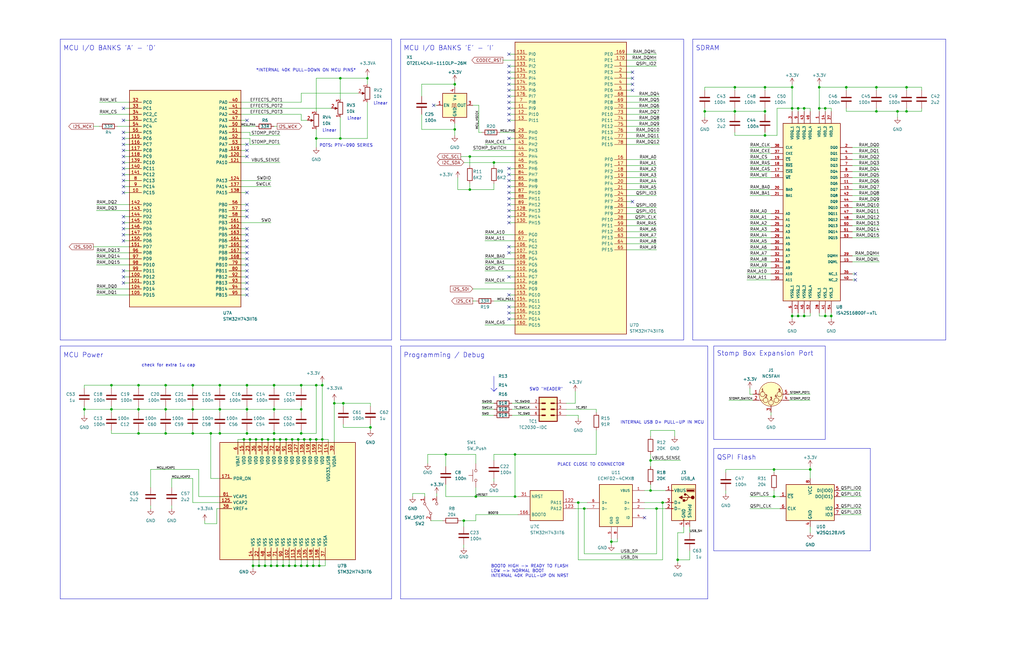
<source format=kicad_sch>
(kicad_sch (version 20230121) (generator eeschema)
  (paper "B")
  (title_block (title "Digital") (date "2024-03-14") (rev "v1.0"))
  (lib_symbols
    (symbol "+3.3V_1" (power) (pin_names (offset 0))
      (property "Value" "+3.3V_1" (at 0 3.556 0))
      (symbol "+3.3V_1_1_1"
        (pin power_in line (at 0 0 90) (length 0) hide (name "+3.3V") (number "1"))
      )
    )
    (symbol "Connector:USB_A" (pin_names (offset 1.016))
      (property "Reference" "J" (at -5.08 11.43 0))
      (property "Value" "USB_A" (at -5.08 8.89 0))
      (symbol "USB_A_1_1"
        (pin power_in line (at 7.62 5.08 180) (length 2.54) (name "VBUS") (number "1"))
        (pin bidirectional line (at 7.62 -2.54 180) (length 2.54) (name "D-") (number "2"))
        (pin bidirectional line (at 7.62 0 180) (length 2.54) (name "D+") (number "3"))
        (pin power_in line (at 0 -10.16 90) (length 2.54) (name "GND") (number "4"))
        (pin passive line (at -2.54 -10.16 90) (length 2.54) (name "Shield") (number "5"))
      )
    )
    (symbol "Connector_Audio:XLR5" (pin_names hide)
      (property "Reference" "J" (at 0 8.89 0))
      (property "Value" "XLR5" (at 0 6.35 0))
      (symbol "XLR5_0_1"
        (text "1" (at -3.556 1.778 0) (effects (font (size 1.016 1.016) bold)))
        (text "2" (at -2.032 -0.762 0) (effects (font (size 1.016 1.016) bold)))
        (text "3" (at 0 -1.778 0) (effects (font (size 1.016 1.016) bold)))
        (text "4" (at 2.032 -0.762 0) (effects (font (size 1.016 1.016) bold)))
        (text "5" (at 3.556 1.778 0) (effects (font (size 1.016 1.016) bold)))
      )
      (symbol "XLR5_1_1"
        (pin passive line (at -7.62 0 0) (length 2.54) (name "P1") (number "1"))
        (pin passive line (at -7.62 -2.54 0) (length 2.54) (name "P2") (number "2"))
        (pin passive line (at 0 -7.62 90) (length 2.54) (name "P3") (number "3"))
        (pin passive line (at 7.62 -2.54 180) (length 2.54) (name "P3") (number "4"))
        (pin passive line (at 7.62 0 180) (length 2.54) (name "P5") (number "5"))
      )
    )
    (symbol "Device:C" (pin_numbers hide) (pin_names (offset 0.254))
      (property "Reference" "C" (at 0.635 2.54 0))
      (property "Value" "C" (at 0.635 -2.54 0))
      (symbol "C_1_1"
        (pin passive line (at 0 3.81 270) (length 2.794) (name "~") (number "1"))
        (pin passive line (at 0 -3.81 90) (length 2.794) (name "~") (number "2"))
      )
    )
    (symbol "Device:R" (pin_numbers hide) (pin_names (offset 0))
      (property "Reference" "R" (at 2.032 0 90))
      (property "Value" "R" (at 0 0 90))
      (symbol "R_1_1"
        (pin passive line (at 0 3.81 270) (length 1.27) (name "~") (number "1"))
        (pin passive line (at 0 -3.81 90) (length 1.27) (name "~") (number "2"))
      )
    )
    (symbol "Device:R_Potentiometer" (pin_names (offset 1.016) hide)
      (property "Reference" "RV" (at -4.445 0 90))
      (property "Value" "R_Potentiometer" (at -2.54 0 90))
      (symbol "R_Potentiometer_1_1"
        (pin passive line (at 0 3.81 270) (length 1.27) (name "1") (number "1"))
        (pin passive line (at 3.81 0 180) (length 1.27) (name "2") (number "2"))
        (pin passive line (at 0 -3.81 90) (length 1.27) (name "3") (number "3"))
      )
    )
    (symbol "ECMF02-4CMX8:ECMF02-4CMX8" (pin_names (offset 1.016))
      (property "Reference" "U11" (at -0.635 12.7 0))
      (property "Value" "ECMF02-4CMX8" (at -0.635 10.16 0))
      (symbol "ECMF02-4CMX8_0_0"
        (pin power_in line (at -12.7 5.08 0) (length 5.08) (name "VBUS") (number "1"))
        (pin passive line (at -12.7 -6.35 0) (length 5.08) (name "ID") (number "4"))
      )
      (symbol "ECMF02-4CMX8_1_0"
        (pin bidirectional line (at -12.7 -2.54 0) (length 5.08) (name "D-") (number "2"))
        (pin bidirectional line (at -12.7 0 0) (length 5.08) (name "D+") (number "3"))
        (pin power_in line (at 1.27 -15.24 90) (length 5.08) (name "GND") (number "5"))
        (pin bidirectional line (at 11.43 0 180) (length 5.08) (name "D+") (number "6"))
        (pin bidirectional line (at 11.43 -2.54 180) (length 5.08) (name "D-") (number "7"))
        (pin power_in line (at -1.27 -15.24 90) (length 5.08) (name "GND") (number "8"))
      )
    )
    (symbol "GND_1" (power) (pin_names (offset 0))
      (property "Value" "GND_1" (at 0 -3.81 0))
      (symbol "GND_1_1_1"
        (pin power_in line (at 0 0 270) (length 0) hide (name "GND") (number "1"))
      )
    )
    (symbol "MCU_ST_STM32H7:STM32H743IITx"
      (property "Reference" "U17" (at 15.24 -52.07 0))
      (property "Value" "STM32H743IIT6" (at 15.24 -54.61 0))
      (symbol "STM32H743IITx_1_1"
        (pin bidirectional line (at -24.13 -1.27 0) (length 5.08) (name "PC15") (number "10"))
        (pin bidirectional line (at -24.13 -36.83 0) (length 5.08) (name "PD12") (number "100"))
        (pin bidirectional line (at -24.13 -39.37 0) (length 5.08) (name "PD13") (number "101"))
        (pin bidirectional line (at -24.13 -41.91 0) (length 5.08) (name "PD14") (number "104"))
        (pin bidirectional line (at -24.13 -44.45 0) (length 5.08) (name "PD15") (number "105"))
        (pin bidirectional line (at -24.13 21.59 0) (length 5.08) (name "PC6") (number "115"))
        (pin bidirectional line (at -24.13 19.05 0) (length 5.08) (name "PC7") (number "116"))
        (pin bidirectional line (at -24.13 16.51 0) (length 5.08) (name "PC8") (number "117"))
        (pin bidirectional line (at -24.13 13.97 0) (length 5.08) (name "PC9") (number "118"))
        (pin bidirectional line (at 22.86 16.51 180) (length 5.08) (name "PA8") (number "119"))
        (pin bidirectional line (at 22.86 13.97 180) (length 5.08) (name "PA9") (number "120"))
        (pin bidirectional line (at 22.86 11.43 180) (length 5.08) (name "PA10") (number "121"))
        (pin bidirectional line (at 22.86 3.81 180) (length 5.08) (name "PA13") (number "124"))
        (pin bidirectional line (at 22.86 1.27 180) (length 5.08) (name "PA14") (number "137"))
        (pin bidirectional line (at 22.86 -1.27 180) (length 5.08) (name "PA15") (number "138"))
        (pin bidirectional line (at -24.13 11.43 0) (length 5.08) (name "PC10") (number "139"))
        (pin bidirectional line (at -24.13 8.89 0) (length 5.08) (name "PC11") (number "140"))
        (pin bidirectional line (at -24.13 6.35 0) (length 5.08) (name "PC12") (number "141"))
        (pin bidirectional line (at -24.13 -6.35 0) (length 5.08) (name "PD0") (number "142"))
        (pin bidirectional line (at -24.13 -8.89 0) (length 5.08) (name "PD1") (number "143"))
        (pin bidirectional line (at -24.13 -11.43 0) (length 5.08) (name "PD2") (number "144"))
        (pin bidirectional line (at -24.13 -13.97 0) (length 5.08) (name "PD3") (number "145"))
        (pin bidirectional line (at -24.13 -16.51 0) (length 5.08) (name "PD4") (number "146"))
        (pin bidirectional line (at -24.13 -19.05 0) (length 5.08) (name "PD5") (number "147"))
        (pin bidirectional line (at -24.13 -21.59 0) (length 5.08) (name "PD6") (number "150"))
        (pin bidirectional line (at -24.13 -24.13 0) (length 5.08) (name "PD7") (number "151"))
        (pin bidirectional line (at 22.86 -13.97 180) (length 5.08) (name "PB3") (number "161"))
        (pin bidirectional line (at 22.86 -16.51 180) (length 5.08) (name "PB4") (number "162"))
        (pin bidirectional line (at 22.86 -19.05 180) (length 5.08) (name "PB5") (number "163"))
        (pin bidirectional line (at 22.86 -21.59 180) (length 5.08) (name "PB6") (number "164"))
        (pin bidirectional line (at 22.86 -24.13 180) (length 5.08) (name "PB7") (number "165"))
        (pin bidirectional line (at 22.86 -26.67 180) (length 5.08) (name "PB8") (number "167"))
        (pin bidirectional line (at 22.86 -29.21 180) (length 5.08) (name "PB9") (number "168"))
        (pin bidirectional line (at -24.13 36.83 0) (length 5.08) (name "PC0") (number "32"))
        (pin bidirectional line (at -24.13 34.29 0) (length 5.08) (name "PC1") (number "33"))
        (pin bidirectional line (at -24.13 31.75 0) (length 5.08) (name "PC2_C") (number "34"))
        (pin bidirectional line (at -24.13 29.21 0) (length 5.08) (name "PC3_C") (number "35"))
        (pin bidirectional line (at 22.86 36.83 180) (length 5.08) (name "PA0") (number "40"))
        (pin bidirectional line (at 22.86 34.29 180) (length 5.08) (name "PA1") (number "41"))
        (pin bidirectional line (at 22.86 31.75 180) (length 5.08) (name "PA2") (number "42"))
        (pin bidirectional line (at 22.86 29.21 180) (length 5.08) (name "PA3") (number "47"))
        (pin bidirectional line (at 22.86 26.67 180) (length 5.08) (name "PA4") (number "50"))
        (pin bidirectional line (at 22.86 24.13 180) (length 5.08) (name "PA5") (number "51"))
        (pin bidirectional line (at 22.86 21.59 180) (length 5.08) (name "PA6") (number "52"))
        (pin bidirectional line (at 22.86 19.05 180) (length 5.08) (name "PA7") (number "53"))
        (pin bidirectional line (at -24.13 26.67 0) (length 5.08) (name "PC4") (number "54"))
        (pin bidirectional line (at -24.13 24.13 0) (length 5.08) (name "PC5") (number "55"))
        (pin bidirectional line (at 22.86 -6.35 180) (length 5.08) (name "PB0") (number "56"))
        (pin bidirectional line (at 22.86 -8.89 180) (length 5.08) (name "PB1") (number "57"))
        (pin bidirectional line (at 22.86 -11.43 180) (length 5.08) (name "PB2") (number "58"))
        (pin bidirectional line (at 22.86 -31.75 180) (length 5.08) (name "PB10") (number "79"))
        (pin bidirectional line (at -24.13 3.81 0) (length 5.08) (name "PC13") (number "8"))
        (pin bidirectional line (at 22.86 -34.29 180) (length 5.08) (name "PB11") (number "80"))
        (pin bidirectional line (at -24.13 1.27 0) (length 5.08) (name "PC14") (number "9"))
        (pin bidirectional line (at 22.86 -36.83 180) (length 5.08) (name "PB12") (number "92"))
        (pin bidirectional line (at 22.86 -39.37 180) (length 5.08) (name "PB13") (number "93"))
        (pin bidirectional line (at 22.86 -41.91 180) (length 5.08) (name "PB14") (number "94"))
        (pin bidirectional line (at 22.86 -44.45 180) (length 5.08) (name "PB15") (number "95"))
        (pin bidirectional line (at -24.13 -26.67 0) (length 5.08) (name "PD8") (number "96"))
        (pin bidirectional line (at -24.13 -29.21 0) (length 5.08) (name "PD9") (number "97"))
        (pin bidirectional line (at -24.13 -31.75 0) (length 5.08) (name "PD10") (number "98"))
        (pin bidirectional line (at -24.13 -34.29 0) (length 5.08) (name "PD11") (number "99"))
      )
      (symbol "STM32H743IITx_2_1"
        (pin power_in line (at 1.27 -25.4 90) (length 5.08) (name "VSS") (number "102"))
        (pin power_in line (at 2.54 24.13 270) (length 5.08) (name "VDD") (number "103"))
        (pin power_in line (at 3.81 -25.4 90) (length 5.08) (name "VSS") (number "113"))
        (pin power_in line (at 17.78 24.13 270) (length 5.08) (name "VDD33_USB") (number "114"))
        (pin power_in line (at -27.94 -1.27 0) (length 5.08) (name "VCAP2") (number "125"))
        (pin power_in line (at 6.35 -25.4 90) (length 5.08) (name "VSS") (number "126"))
        (pin power_in line (at 5.08 24.13 270) (length 5.08) (name "VDD") (number "127"))
        (pin power_in line (at 8.89 -25.4 90) (length 5.08) (name "VSS") (number "135"))
        (pin power_in line (at 7.62 24.13 270) (length 5.08) (name "VDD") (number "136"))
        (pin power_in line (at -13.97 -25.4 90) (length 5.08) (name "VSS") (number "14"))
        (pin power_in line (at 11.43 -25.4 90) (length 5.08) (name "VSS") (number "148"))
        (pin power_in line (at 10.16 24.13 270) (length 5.08) (name "VDD") (number "149"))
        (pin power_in line (at -17.78 24.13 270) (length 5.08) (name "VDD") (number "15"))
        (pin power_in line (at 13.97 -25.4 90) (length 5.08) (name "VSS") (number "158"))
        (pin power_in line (at 12.7 24.13 270) (length 5.08) (name "VDD") (number "159"))
        (pin input line (at -27.94 8.89 0) (length 5.08) (name "PDR_ON") (number "171"))
        (pin power_in line (at 15.24 24.13 270) (length 5.08) (name "VDD") (number "172"))
        (pin power_in line (at -11.43 -25.4 90) (length 5.08) (name "VSS") (number "22"))
        (pin power_in line (at -15.24 24.13 270) (length 5.08) (name "VDD") (number "23"))
        (pin power_in line (at -12.7 24.13 270) (length 5.08) (name "VDD") (number "36"))
        (pin power_in line (at 16.51 -25.4 90) (length 5.08) (name "VSSA") (number "37"))
        (pin bidirectional line (at -27.94 -3.81 0) (length 5.08) (name "VREF+") (number "38"))
        (pin power_in line (at 20.32 24.13 270) (length 5.08) (name "VDDA") (number "39"))
        (pin power_in line (at -8.89 -25.4 90) (length 5.08) (name "VSS") (number "48"))
        (pin power_in line (at -10.16 24.13 270) (length 5.08) (name "VDD") (number "49"))
        (pin power_in line (at -20.32 24.13 270) (length 5.08) (name "VBAT") (number "6"))
        (pin power_in line (at -6.35 -25.4 90) (length 5.08) (name "VSS") (number "61"))
        (pin power_in line (at -7.62 24.13 270) (length 5.08) (name "VDD") (number "62"))
        (pin power_in line (at -3.81 -25.4 90) (length 5.08) (name "VSS") (number "71"))
        (pin power_in line (at -5.08 24.13 270) (length 5.08) (name "VDD") (number "72"))
        (pin power_in line (at -27.94 1.27 0) (length 5.08) (name "VCAP1") (number "81"))
        (pin power_in line (at -2.54 24.13 270) (length 5.08) (name "VDD") (number "82"))
        (pin power_in line (at -1.27 -25.4 90) (length 5.08) (name "VSS") (number "90"))
        (pin power_in line (at 0 24.13 270) (length 5.08) (name "VDD") (number "91"))
      )
      (symbol "STM32H743IITx_3_1"
        (pin bidirectional line (at 11.43 1.27 180) (length 5.08) (name "PA11") (number "122"))
        (pin bidirectional line (at 11.43 -1.27 180) (length 5.08) (name "PA12") (number "123"))
        (pin input line (at -12.7 -3.81 0) (length 5.08) (name "BOOT0") (number "166"))
        (pin input line (at -12.7 3.81 0) (length 5.08) (name "NRST") (number "31"))
      )
      (symbol "STM32H743IITx_4_1"
        (pin bidirectional line (at 26.67 58.42 180) (length 5.08) (name "PE2") (number "1"))
        (pin bidirectional line (at -20.32 -17.78 0) (length 5.08) (name "PG2") (number "106"))
        (pin bidirectional line (at -20.32 -20.32 0) (length 5.08) (name "PG3") (number "107"))
        (pin bidirectional line (at -20.32 -22.86 0) (length 5.08) (name "PG4") (number "108"))
        (pin bidirectional line (at -20.32 -25.4 0) (length 5.08) (name "PG5") (number "109"))
        (pin bidirectional line (at -20.32 40.64 0) (length 5.08) (name "PI9") (number "11"))
        (pin bidirectional line (at -20.32 -27.94 0) (length 5.08) (name "PG6") (number "110"))
        (pin bidirectional line (at -20.32 -30.48 0) (length 5.08) (name "PG7") (number "111"))
        (pin bidirectional line (at -20.32 -33.02 0) (length 5.08) (name "PG8") (number "112"))
        (pin bidirectional line (at -20.32 38.1 0) (length 5.08) (name "PI10") (number "12"))
        (pin bidirectional line (at -20.32 -2.54 0) (length 5.08) (name "PH13") (number "128"))
        (pin bidirectional line (at -20.32 -5.08 0) (length 5.08) (name "PH14") (number "129"))
        (pin bidirectional line (at -20.32 35.56 0) (length 5.08) (name "PI11") (number "13"))
        (pin bidirectional line (at -20.32 -7.62 0) (length 5.08) (name "PH15") (number "130"))
        (pin bidirectional line (at -20.32 63.5 0) (length 5.08) (name "PI0") (number "131"))
        (pin bidirectional line (at -20.32 60.96 0) (length 5.08) (name "PI1") (number "132"))
        (pin bidirectional line (at -20.32 58.42 0) (length 5.08) (name "PI2") (number "133"))
        (pin bidirectional line (at -20.32 55.88 0) (length 5.08) (name "PI3") (number "134"))
        (pin bidirectional line (at -20.32 -35.56 0) (length 5.08) (name "PG9") (number "152"))
        (pin bidirectional line (at -20.32 -38.1 0) (length 5.08) (name "PG10") (number "153"))
        (pin bidirectional line (at -20.32 -40.64 0) (length 5.08) (name "PG11") (number "154"))
        (pin bidirectional line (at -20.32 -43.18 0) (length 5.08) (name "PG12") (number "155"))
        (pin bidirectional line (at -20.32 -45.72 0) (length 5.08) (name "PG13") (number "156"))
        (pin bidirectional line (at -20.32 -48.26 0) (length 5.08) (name "PG14") (number "157"))
        (pin bidirectional line (at 26.67 19.05 180) (length 5.08) (name "PF0") (number "16"))
        (pin bidirectional line (at -20.32 -50.8 0) (length 5.08) (name "PG15") (number "160"))
        (pin bidirectional line (at 26.67 63.5 180) (length 5.08) (name "PE0") (number "169"))
        (pin bidirectional line (at 26.67 16.51 180) (length 5.08) (name "PF1") (number "17"))
        (pin bidirectional line (at 26.67 60.96 180) (length 5.08) (name "PE1") (number "170"))
        (pin bidirectional line (at -20.32 53.34 0) (length 5.08) (name "PI4") (number "173"))
        (pin bidirectional line (at -20.32 50.8 0) (length 5.08) (name "PI5") (number "174"))
        (pin bidirectional line (at -20.32 48.26 0) (length 5.08) (name "PI6") (number "175"))
        (pin bidirectional line (at -20.32 45.72 0) (length 5.08) (name "PI7") (number "176"))
        (pin bidirectional line (at 26.67 13.97 180) (length 5.08) (name "PF2") (number "18"))
        (pin bidirectional line (at 26.67 11.43 180) (length 5.08) (name "PF3") (number "19"))
        (pin bidirectional line (at 26.67 55.88 180) (length 5.08) (name "PE3") (number "2"))
        (pin bidirectional line (at 26.67 8.89 180) (length 5.08) (name "PF4") (number "20"))
        (pin bidirectional line (at 26.67 6.35 180) (length 5.08) (name "PF5") (number "21"))
        (pin bidirectional line (at 26.67 3.81 180) (length 5.08) (name "PF6") (number "24"))
        (pin bidirectional line (at 26.67 1.27 180) (length 5.08) (name "PF7") (number "25"))
        (pin bidirectional line (at 26.67 -1.27 180) (length 5.08) (name "PF8") (number "26"))
        (pin bidirectional line (at 26.67 -3.81 180) (length 5.08) (name "PF9") (number "27"))
        (pin bidirectional line (at 26.67 -6.35 180) (length 5.08) (name "PF10") (number "28"))
        (pin input line (at -20.32 30.48 0) (length 5.08) (name "PH0") (number "29"))
        (pin bidirectional line (at 26.67 53.34 180) (length 5.08) (name "PE4") (number "3"))
        (pin input line (at -20.32 27.94 0) (length 5.08) (name "PH1") (number "30"))
        (pin bidirectional line (at 26.67 50.8 180) (length 5.08) (name "PE5") (number "4"))
        (pin bidirectional line (at -20.32 25.4 0) (length 5.08) (name "PH2") (number "43"))
        (pin bidirectional line (at -20.32 22.86 0) (length 5.08) (name "PH3") (number "44"))
        (pin bidirectional line (at -20.32 20.32 0) (length 5.08) (name "PH4") (number "45"))
        (pin bidirectional line (at -20.32 17.78 0) (length 5.08) (name "PH5") (number "46"))
        (pin bidirectional line (at 26.67 48.26 180) (length 5.08) (name "PE6") (number "5"))
        (pin bidirectional line (at 26.67 -8.89 180) (length 5.08) (name "PF11") (number "59"))
        (pin bidirectional line (at 26.67 -11.43 180) (length 5.08) (name "PF12") (number "60"))
        (pin bidirectional line (at 26.67 -13.97 180) (length 5.08) (name "PF13") (number "63"))
        (pin bidirectional line (at 26.67 -16.51 180) (length 5.08) (name "PF14") (number "64"))
        (pin bidirectional line (at 26.67 -19.05 180) (length 5.08) (name "PF15") (number "65"))
        (pin bidirectional line (at -20.32 -12.7 0) (length 5.08) (name "PG0") (number "66"))
        (pin bidirectional line (at -20.32 -15.24 0) (length 5.08) (name "PG1") (number "67"))
        (pin bidirectional line (at 26.67 45.72 180) (length 5.08) (name "PE7") (number "68"))
        (pin bidirectional line (at 26.67 43.18 180) (length 5.08) (name "PE8") (number "69"))
        (pin bidirectional line (at -20.32 43.18 0) (length 5.08) (name "PI8") (number "7"))
        (pin bidirectional line (at 26.67 40.64 180) (length 5.08) (name "PE9") (number "70"))
        (pin bidirectional line (at 26.67 38.1 180) (length 5.08) (name "PE10") (number "73"))
        (pin bidirectional line (at 26.67 35.56 180) (length 5.08) (name "PE11") (number "74"))
        (pin bidirectional line (at 26.67 33.02 180) (length 5.08) (name "PE12") (number "75"))
        (pin bidirectional line (at 26.67 30.48 180) (length 5.08) (name "PE13") (number "76"))
        (pin bidirectional line (at 26.67 27.94 180) (length 5.08) (name "PE14") (number "77"))
        (pin bidirectional line (at 26.67 25.4 180) (length 5.08) (name "PE15") (number "78"))
        (pin bidirectional line (at -20.32 15.24 0) (length 5.08) (name "PH6") (number "83"))
        (pin bidirectional line (at -20.32 12.7 0) (length 5.08) (name "PH7") (number "84"))
        (pin bidirectional line (at -20.32 10.16 0) (length 5.08) (name "PH8") (number "85"))
        (pin bidirectional line (at -20.32 7.62 0) (length 5.08) (name "PH9") (number "86"))
        (pin bidirectional line (at -20.32 5.08 0) (length 5.08) (name "PH10") (number "87"))
        (pin bidirectional line (at -20.32 2.54 0) (length 5.08) (name "PH11") (number "88"))
        (pin bidirectional line (at -20.32 0 0) (length 5.08) (name "PH12") (number "89"))
      )
    )
    (symbol "Memory_Flash:W25Q128JVS"
      (property "Reference" "U" (at -8.89 8.89 0))
      (property "Value" "W25Q128JVS" (at 7.62 8.89 0))
      (symbol "W25Q128JVS_1_1"
        (pin input line (at -12.7 2.54 0) (length 2.54) (name "~{CS}") (number "1"))
        (pin bidirectional line (at 12.7 2.54 180) (length 2.54) (name "DO(IO1)") (number "2"))
        (pin bidirectional line (at 12.7 -2.54 180) (length 2.54) (name "IO2") (number "3"))
        (pin power_in line (at 0 -10.16 90) (length 2.54) (name "GND") (number "4"))
        (pin bidirectional line (at 12.7 5.08 180) (length 2.54) (name "DI(IO0)") (number "5"))
        (pin input line (at -12.7 -2.54 0) (length 2.54) (name "CLK") (number "6"))
        (pin bidirectional line (at 12.7 -5.08 180) (length 2.54) (name "IO3") (number "7"))
        (pin power_in line (at 0 10.16 270) (length 2.54) (name "VCC") (number "8"))
      )
    )
    (symbol "Memory_RAM1:IS42S16800F-xTL" (pin_names (offset 1.016))
      (property "Value" "IS42S16800F-xTL" (at -31.75 -34.29 0))
      (symbol "IS42S16800F-xTL_0_0"
        (pin bidirectional line (at 2.54 44.45 270) (length 5.08) (name "VDD_1") (number "1"))
        (pin bidirectional line (at 16.51 16.51 180) (length 5.08) (name "DQ5") (number "10"))
        (pin bidirectional line (at 16.51 13.97 180) (length 5.08) (name "DQ6") (number "11"))
        (pin bidirectional line (at -6.35 -40.64 90) (length 5.08) (name "VSSQ_2") (number "12"))
        (pin bidirectional line (at 16.51 11.43 180) (length 5.08) (name "DQ7") (number "13"))
        (pin bidirectional line (at 5.08 44.45 270) (length 5.08) (name "VDD_2") (number "14"))
        (pin bidirectional line (at 16.51 -19.05 180) (length 5.08) (name "DQML") (number "15"))
        (pin bidirectional line (at -17.78 16.51 0) (length 5.08) (name "~{WE}") (number "16"))
        (pin bidirectional line (at -17.78 19.05 0) (length 5.08) (name "~{CAS}") (number "17"))
        (pin bidirectional line (at -17.78 21.59 0) (length 5.08) (name "~{RAS}") (number "18"))
        (pin bidirectional line (at -17.78 24.13 0) (length 5.08) (name "~{CS}") (number "19"))
        (pin bidirectional line (at 16.51 29.21 180) (length 5.08) (name "DQ0") (number "2"))
        (pin bidirectional line (at -17.78 11.43 0) (length 5.08) (name "BA0") (number "20"))
        (pin bidirectional line (at -17.78 8.89 0) (length 5.08) (name "BA1") (number "21"))
        (pin bidirectional line (at -17.78 -24.13 0) (length 5.08) (name "A10") (number "22"))
        (pin bidirectional line (at -17.78 1.27 0) (length 5.08) (name "A0") (number "23"))
        (pin bidirectional line (at -17.78 -1.27 0) (length 5.08) (name "A1") (number "24"))
        (pin bidirectional line (at -17.78 -3.81 0) (length 5.08) (name "A2") (number "25"))
        (pin bidirectional line (at -17.78 -6.35 0) (length 5.08) (name "A3") (number "26"))
        (pin bidirectional line (at 7.62 44.45 270) (length 5.08) (name "VDD_3") (number "27"))
        (pin bidirectional line (at 2.54 -40.64 90) (length 5.08) (name "VSS_1") (number "28"))
        (pin bidirectional line (at -17.78 -8.89 0) (length 5.08) (name "A4") (number "29"))
        (pin bidirectional line (at -8.89 44.45 270) (length 5.08) (name "VDDQ_1") (number "3"))
        (pin bidirectional line (at -17.78 -11.43 0) (length 5.08) (name "A5") (number "30"))
        (pin bidirectional line (at -17.78 -13.97 0) (length 5.08) (name "A6") (number "31"))
        (pin bidirectional line (at -17.78 -16.51 0) (length 5.08) (name "A7") (number "32"))
        (pin bidirectional line (at -17.78 -19.05 0) (length 5.08) (name "A8") (number "33"))
        (pin bidirectional line (at -17.78 -21.59 0) (length 5.08) (name "A9") (number "34"))
        (pin bidirectional line (at -17.78 -26.67 0) (length 5.08) (name "A11") (number "35"))
        (pin bidirectional line (at 16.51 -24.13 180) (length 5.08) (name "NC_1") (number "36"))
        (pin bidirectional line (at -17.78 26.67 0) (length 5.08) (name "CKE") (number "37"))
        (pin bidirectional line (at -17.78 29.21 0) (length 5.08) (name "CLK") (number "38"))
        (pin bidirectional line (at 16.51 -16.51 180) (length 5.08) (name "DQMH") (number "39"))
        (pin bidirectional line (at 16.51 26.67 180) (length 5.08) (name "DQ1") (number "4"))
        (pin bidirectional line (at 16.51 -26.67 180) (length 5.08) (name "NC_2") (number "40"))
        (pin bidirectional line (at 5.08 -40.64 90) (length 5.08) (name "VSS_2") (number "41"))
        (pin bidirectional line (at 16.51 8.89 180) (length 5.08) (name "DQ8") (number "42"))
        (pin bidirectional line (at -3.81 44.45 270) (length 5.08) (name "VDDQ_3") (number "43"))
        (pin bidirectional line (at 16.51 6.35 180) (length 5.08) (name "DQ9") (number "44"))
        (pin bidirectional line (at 16.51 3.81 180) (length 5.08) (name "DQ10") (number "45"))
        (pin bidirectional line (at -3.81 -40.64 90) (length 5.08) (name "VSSQ_3") (number "46"))
        (pin bidirectional line (at 16.51 1.27 180) (length 5.08) (name "DQ11") (number "47"))
        (pin bidirectional line (at 16.51 -1.27 180) (length 5.08) (name "DQ12") (number "48"))
        (pin bidirectional line (at -1.27 44.45 270) (length 5.08) (name "VDDQ_4") (number "49"))
        (pin bidirectional line (at 16.51 24.13 180) (length 5.08) (name "DQ2") (number "5"))
        (pin bidirectional line (at 16.51 -3.81 180) (length 5.08) (name "DQ13") (number "50"))
        (pin bidirectional line (at 16.51 -6.35 180) (length 5.08) (name "DQ14") (number "51"))
        (pin bidirectional line (at -1.27 -40.64 90) (length 5.08) (name "VSSQ_4") (number "52"))
        (pin bidirectional line (at 16.51 -8.89 180) (length 5.08) (name "DQ15") (number "53"))
        (pin bidirectional line (at 7.62 -40.64 90) (length 5.08) (name "VSS_3") (number "54"))
        (pin bidirectional line (at -8.89 -40.64 90) (length 5.08) (name "VSSQ_1") (number "6"))
        (pin bidirectional line (at 16.51 21.59 180) (length 5.08) (name "DQ3") (number "7"))
        (pin bidirectional line (at 16.51 19.05 180) (length 5.08) (name "DQ4") (number "8"))
        (pin bidirectional line (at -6.35 44.45 270) (length 5.08) (name "VDDQ_2") (number "9"))
      )
    )
    (symbol "Oscillator:XO53" (pin_names (offset 0.254))
      (property "Reference" "X" (at -5.08 6.35 0))
      (property "Value" "XO53" (at 1.27 -6.35 0))
      (symbol "XO53_1_1"
        (pin input line (at -7.62 0 0) (length 2.54) (name "EN") (number "1"))
        (pin power_in line (at 0 -7.62 90) (length 2.54) (name "GND") (number "2"))
        (pin output line (at 7.62 0 180) (length 2.54) (name "OUT") (number "3"))
        (pin power_in line (at 0 7.62 270) (length 2.54) (name "V+") (number "4"))
      )
    )
    (symbol "STM32H743IITx_1"
      (property "Reference" "U17" (at 15.24 -52.07 0))
      (property "Value" "STM32H743IIT6" (at 15.24 -54.61 0))
      (symbol "STM32H743IITx_1_1_1"
        (pin bidirectional line (at -24.13 -1.27 0) (length 5.08) (name "PC15") (number "10"))
        (pin bidirectional line (at -24.13 -36.83 0) (length 5.08) (name "PD12") (number "100"))
        (pin bidirectional line (at -24.13 -39.37 0) (length 5.08) (name "PD13") (number "101"))
        (pin bidirectional line (at -24.13 -41.91 0) (length 5.08) (name "PD14") (number "104"))
        (pin bidirectional line (at -24.13 -44.45 0) (length 5.08) (name "PD15") (number "105"))
        (pin bidirectional line (at -24.13 21.59 0) (length 5.08) (name "PC6") (number "115"))
        (pin bidirectional line (at -24.13 19.05 0) (length 5.08) (name "PC7") (number "116"))
        (pin bidirectional line (at -24.13 16.51 0) (length 5.08) (name "PC8") (number "117"))
        (pin bidirectional line (at -24.13 13.97 0) (length 5.08) (name "PC9") (number "118"))
        (pin bidirectional line (at 22.86 16.51 180) (length 5.08) (name "PA8") (number "119"))
        (pin bidirectional line (at 22.86 13.97 180) (length 5.08) (name "PA9") (number "120"))
        (pin bidirectional line (at 22.86 11.43 180) (length 5.08) (name "PA10") (number "121"))
        (pin bidirectional line (at 22.86 3.81 180) (length 5.08) (name "PA13") (number "124"))
        (pin bidirectional line (at 22.86 1.27 180) (length 5.08) (name "PA14") (number "137"))
        (pin bidirectional line (at 22.86 -1.27 180) (length 5.08) (name "PA15") (number "138"))
        (pin bidirectional line (at -24.13 11.43 0) (length 5.08) (name "PC10") (number "139"))
        (pin bidirectional line (at -24.13 8.89 0) (length 5.08) (name "PC11") (number "140"))
        (pin bidirectional line (at -24.13 6.35 0) (length 5.08) (name "PC12") (number "141"))
        (pin bidirectional line (at -24.13 -6.35 0) (length 5.08) (name "PD0") (number "142"))
        (pin bidirectional line (at -24.13 -8.89 0) (length 5.08) (name "PD1") (number "143"))
        (pin bidirectional line (at -24.13 -11.43 0) (length 5.08) (name "PD2") (number "144"))
        (pin bidirectional line (at -24.13 -13.97 0) (length 5.08) (name "PD3") (number "145"))
        (pin bidirectional line (at -24.13 -16.51 0) (length 5.08) (name "PD4") (number "146"))
        (pin bidirectional line (at -24.13 -19.05 0) (length 5.08) (name "PD5") (number "147"))
        (pin bidirectional line (at -24.13 -21.59 0) (length 5.08) (name "PD6") (number "150"))
        (pin bidirectional line (at -24.13 -24.13 0) (length 5.08) (name "PD7") (number "151"))
        (pin bidirectional line (at 22.86 -13.97 180) (length 5.08) (name "PB3") (number "161"))
        (pin bidirectional line (at 22.86 -16.51 180) (length 5.08) (name "PB4") (number "162"))
        (pin bidirectional line (at 22.86 -19.05 180) (length 5.08) (name "PB5") (number "163"))
        (pin bidirectional line (at 22.86 -21.59 180) (length 5.08) (name "PB6") (number "164"))
        (pin bidirectional line (at 22.86 -24.13 180) (length 5.08) (name "PB7") (number "165"))
        (pin bidirectional line (at 22.86 -26.67 180) (length 5.08) (name "PB8") (number "167"))
        (pin bidirectional line (at 22.86 -29.21 180) (length 5.08) (name "PB9") (number "168"))
        (pin bidirectional line (at -24.13 36.83 0) (length 5.08) (name "PC0") (number "32"))
        (pin bidirectional line (at -24.13 34.29 0) (length 5.08) (name "PC1") (number "33"))
        (pin bidirectional line (at -24.13 31.75 0) (length 5.08) (name "PC2_C") (number "34"))
        (pin bidirectional line (at -24.13 29.21 0) (length 5.08) (name "PC3_C") (number "35"))
        (pin bidirectional line (at 22.86 36.83 180) (length 5.08) (name "PA0") (number "40"))
        (pin bidirectional line (at 22.86 34.29 180) (length 5.08) (name "PA1") (number "41"))
        (pin bidirectional line (at 22.86 31.75 180) (length 5.08) (name "PA2") (number "42"))
        (pin bidirectional line (at 22.86 29.21 180) (length 5.08) (name "PA3") (number "47"))
        (pin bidirectional line (at 22.86 26.67 180) (length 5.08) (name "PA4") (number "50"))
        (pin bidirectional line (at 22.86 24.13 180) (length 5.08) (name "PA5") (number "51"))
        (pin bidirectional line (at 22.86 21.59 180) (length 5.08) (name "PA6") (number "52"))
        (pin bidirectional line (at 22.86 19.05 180) (length 5.08) (name "PA7") (number "53"))
        (pin bidirectional line (at -24.13 26.67 0) (length 5.08) (name "PC4") (number "54"))
        (pin bidirectional line (at -24.13 24.13 0) (length 5.08) (name "PC5") (number "55"))
        (pin bidirectional line (at 22.86 -6.35 180) (length 5.08) (name "PB0") (number "56"))
        (pin bidirectional line (at 22.86 -8.89 180) (length 5.08) (name "PB1") (number "57"))
        (pin bidirectional line (at 22.86 -11.43 180) (length 5.08) (name "PB2") (number "58"))
        (pin bidirectional line (at 22.86 -31.75 180) (length 5.08) (name "PB10") (number "79"))
        (pin bidirectional line (at -24.13 3.81 0) (length 5.08) (name "PC13") (number "8"))
        (pin bidirectional line (at 22.86 -34.29 180) (length 5.08) (name "PB11") (number "80"))
        (pin bidirectional line (at -24.13 1.27 0) (length 5.08) (name "PC14") (number "9"))
        (pin bidirectional line (at 22.86 -36.83 180) (length 5.08) (name "PB12") (number "92"))
        (pin bidirectional line (at 22.86 -39.37 180) (length 5.08) (name "PB13") (number "93"))
        (pin bidirectional line (at 22.86 -41.91 180) (length 5.08) (name "PB14") (number "94"))
        (pin bidirectional line (at 22.86 -44.45 180) (length 5.08) (name "PB15") (number "95"))
        (pin bidirectional line (at -24.13 -26.67 0) (length 5.08) (name "PD8") (number "96"))
        (pin bidirectional line (at -24.13 -29.21 0) (length 5.08) (name "PD9") (number "97"))
        (pin bidirectional line (at -24.13 -31.75 0) (length 5.08) (name "PD10") (number "98"))
        (pin bidirectional line (at -24.13 -34.29 0) (length 5.08) (name "PD11") (number "99"))
      )
      (symbol "STM32H743IITx_1_2_1"
        (pin power_in line (at 1.27 -25.4 90) (length 5.08) (name "VSS") (number "102"))
        (pin power_in line (at 2.54 24.13 270) (length 5.08) (name "VDD") (number "103"))
        (pin power_in line (at 3.81 -25.4 90) (length 5.08) (name "VSS") (number "113"))
        (pin power_in line (at 17.78 24.13 270) (length 5.08) (name "VDD33_USB") (number "114"))
        (pin power_in line (at -27.94 -1.27 0) (length 5.08) (name "VCAP2") (number "125"))
        (pin power_in line (at 6.35 -25.4 90) (length 5.08) (name "VSS") (number "126"))
        (pin power_in line (at 5.08 24.13 270) (length 5.08) (name "VDD") (number "127"))
        (pin power_in line (at 8.89 -25.4 90) (length 5.08) (name "VSS") (number "135"))
        (pin power_in line (at 7.62 24.13 270) (length 5.08) (name "VDD") (number "136"))
        (pin power_in line (at -13.97 -25.4 90) (length 5.08) (name "VSS") (number "14"))
        (pin power_in line (at 11.43 -25.4 90) (length 5.08) (name "VSS") (number "148"))
        (pin power_in line (at 10.16 24.13 270) (length 5.08) (name "VDD") (number "149"))
        (pin power_in line (at -17.78 24.13 270) (length 5.08) (name "VDD") (number "15"))
        (pin power_in line (at 13.97 -25.4 90) (length 5.08) (name "VSS") (number "158"))
        (pin power_in line (at 12.7 24.13 270) (length 5.08) (name "VDD") (number "159"))
        (pin input line (at -27.94 8.89 0) (length 5.08) (name "PDR_ON") (number "171"))
        (pin power_in line (at 15.24 24.13 270) (length 5.08) (name "VDD") (number "172"))
        (pin power_in line (at -11.43 -25.4 90) (length 5.08) (name "VSS") (number "22"))
        (pin power_in line (at -15.24 24.13 270) (length 5.08) (name "VDD") (number "23"))
        (pin power_in line (at -12.7 24.13 270) (length 5.08) (name "VDD") (number "36"))
        (pin power_in line (at 16.51 -25.4 90) (length 5.08) (name "VSSA") (number "37"))
        (pin bidirectional line (at -27.94 -3.81 0) (length 5.08) (name "VREF+") (number "38"))
        (pin power_in line (at 20.32 24.13 270) (length 5.08) (name "VDDA") (number "39"))
        (pin power_in line (at -8.89 -25.4 90) (length 5.08) (name "VSS") (number "48"))
        (pin power_in line (at -10.16 24.13 270) (length 5.08) (name "VDD") (number "49"))
        (pin power_in line (at -20.32 24.13 270) (length 5.08) (name "VBAT") (number "6"))
        (pin power_in line (at -6.35 -25.4 90) (length 5.08) (name "VSS") (number "61"))
        (pin power_in line (at -7.62 24.13 270) (length 5.08) (name "VDD") (number "62"))
        (pin power_in line (at -3.81 -25.4 90) (length 5.08) (name "VSS") (number "71"))
        (pin power_in line (at -5.08 24.13 270) (length 5.08) (name "VDD") (number "72"))
        (pin power_in line (at -27.94 1.27 0) (length 5.08) (name "VCAP1") (number "81"))
        (pin power_in line (at -2.54 24.13 270) (length 5.08) (name "VDD") (number "82"))
        (pin power_in line (at -1.27 -25.4 90) (length 5.08) (name "VSS") (number "90"))
        (pin power_in line (at 0 24.13 270) (length 5.08) (name "VDD") (number "91"))
      )
      (symbol "STM32H743IITx_1_3_1"
        (pin bidirectional line (at 11.43 1.27 180) (length 5.08) (name "PA11") (number "122"))
        (pin bidirectional line (at 11.43 -1.27 180) (length 5.08) (name "PA12") (number "123"))
        (pin input line (at -12.7 -3.81 0) (length 5.08) (name "BOOT0") (number "166"))
        (pin input line (at -12.7 3.81 0) (length 5.08) (name "NRST") (number "31"))
      )
      (symbol "STM32H743IITx_1_4_1"
        (pin bidirectional line (at 26.67 58.42 180) (length 5.08) (name "PE2") (number "1"))
        (pin bidirectional line (at -20.32 -17.78 0) (length 5.08) (name "PG2") (number "106"))
        (pin bidirectional line (at -20.32 -20.32 0) (length 5.08) (name "PG3") (number "107"))
        (pin bidirectional line (at -20.32 -22.86 0) (length 5.08) (name "PG4") (number "108"))
        (pin bidirectional line (at -20.32 -25.4 0) (length 5.08) (name "PG5") (number "109"))
        (pin bidirectional line (at -20.32 40.64 0) (length 5.08) (name "PI9") (number "11"))
        (pin bidirectional line (at -20.32 -27.94 0) (length 5.08) (name "PG6") (number "110"))
        (pin bidirectional line (at -20.32 -30.48 0) (length 5.08) (name "PG7") (number "111"))
        (pin bidirectional line (at -20.32 -33.02 0) (length 5.08) (name "PG8") (number "112"))
        (pin bidirectional line (at -20.32 38.1 0) (length 5.08) (name "PI10") (number "12"))
        (pin bidirectional line (at -20.32 -2.54 0) (length 5.08) (name "PH13") (number "128"))
        (pin bidirectional line (at -20.32 -5.08 0) (length 5.08) (name "PH14") (number "129"))
        (pin bidirectional line (at -20.32 35.56 0) (length 5.08) (name "PI11") (number "13"))
        (pin bidirectional line (at -20.32 -7.62 0) (length 5.08) (name "PH15") (number "130"))
        (pin bidirectional line (at -20.32 63.5 0) (length 5.08) (name "PI0") (number "131"))
        (pin bidirectional line (at -20.32 60.96 0) (length 5.08) (name "PI1") (number "132"))
        (pin bidirectional line (at -20.32 58.42 0) (length 5.08) (name "PI2") (number "133"))
        (pin bidirectional line (at -20.32 55.88 0) (length 5.08) (name "PI3") (number "134"))
        (pin bidirectional line (at -20.32 -35.56 0) (length 5.08) (name "PG9") (number "152"))
        (pin bidirectional line (at -20.32 -38.1 0) (length 5.08) (name "PG10") (number "153"))
        (pin bidirectional line (at -20.32 -40.64 0) (length 5.08) (name "PG11") (number "154"))
        (pin bidirectional line (at -20.32 -43.18 0) (length 5.08) (name "PG12") (number "155"))
        (pin bidirectional line (at -20.32 -45.72 0) (length 5.08) (name "PG13") (number "156"))
        (pin bidirectional line (at -20.32 -48.26 0) (length 5.08) (name "PG14") (number "157"))
        (pin bidirectional line (at 26.67 19.05 180) (length 5.08) (name "PF0") (number "16"))
        (pin bidirectional line (at -20.32 -50.8 0) (length 5.08) (name "PG15") (number "160"))
        (pin bidirectional line (at 26.67 63.5 180) (length 5.08) (name "PE0") (number "169"))
        (pin bidirectional line (at 26.67 16.51 180) (length 5.08) (name "PF1") (number "17"))
        (pin bidirectional line (at 26.67 60.96 180) (length 5.08) (name "PE1") (number "170"))
        (pin bidirectional line (at -20.32 53.34 0) (length 5.08) (name "PI4") (number "173"))
        (pin bidirectional line (at -20.32 50.8 0) (length 5.08) (name "PI5") (number "174"))
        (pin bidirectional line (at -20.32 48.26 0) (length 5.08) (name "PI6") (number "175"))
        (pin bidirectional line (at -20.32 45.72 0) (length 5.08) (name "PI7") (number "176"))
        (pin bidirectional line (at 26.67 13.97 180) (length 5.08) (name "PF2") (number "18"))
        (pin bidirectional line (at 26.67 11.43 180) (length 5.08) (name "PF3") (number "19"))
        (pin bidirectional line (at 26.67 55.88 180) (length 5.08) (name "PE3") (number "2"))
        (pin bidirectional line (at 26.67 8.89 180) (length 5.08) (name "PF4") (number "20"))
        (pin bidirectional line (at 26.67 6.35 180) (length 5.08) (name "PF5") (number "21"))
        (pin bidirectional line (at 26.67 3.81 180) (length 5.08) (name "PF6") (number "24"))
        (pin bidirectional line (at 26.67 1.27 180) (length 5.08) (name "PF7") (number "25"))
        (pin bidirectional line (at 26.67 -1.27 180) (length 5.08) (name "PF8") (number "26"))
        (pin bidirectional line (at 26.67 -3.81 180) (length 5.08) (name "PF9") (number "27"))
        (pin bidirectional line (at 26.67 -6.35 180) (length 5.08) (name "PF10") (number "28"))
        (pin input line (at -20.32 30.48 0) (length 5.08) (name "PH0") (number "29"))
        (pin bidirectional line (at 26.67 53.34 180) (length 5.08) (name "PE4") (number "3"))
        (pin input line (at -20.32 27.94 0) (length 5.08) (name "PH1") (number "30"))
        (pin bidirectional line (at 26.67 50.8 180) (length 5.08) (name "PE5") (number "4"))
        (pin bidirectional line (at -20.32 25.4 0) (length 5.08) (name "PH2") (number "43"))
        (pin bidirectional line (at -20.32 22.86 0) (length 5.08) (name "PH3") (number "44"))
        (pin bidirectional line (at -20.32 20.32 0) (length 5.08) (name "PH4") (number "45"))
        (pin bidirectional line (at -20.32 17.78 0) (length 5.08) (name "PH5") (number "46"))
        (pin bidirectional line (at 26.67 48.26 180) (length 5.08) (name "PE6") (number "5"))
        (pin bidirectional line (at 26.67 -8.89 180) (length 5.08) (name "PF11") (number "59"))
        (pin bidirectional line (at 26.67 -11.43 180) (length 5.08) (name "PF12") (number "60"))
        (pin bidirectional line (at 26.67 -13.97 180) (length 5.08) (name "PF13") (number "63"))
        (pin bidirectional line (at 26.67 -16.51 180) (length 5.08) (name "PF14") (number "64"))
        (pin bidirectional line (at 26.67 -19.05 180) (length 5.08) (name "PF15") (number "65"))
        (pin bidirectional line (at -20.32 -12.7 0) (length 5.08) (name "PG0") (number "66"))
        (pin bidirectional line (at -20.32 -15.24 0) (length 5.08) (name "PG1") (number "67"))
        (pin bidirectional line (at 26.67 45.72 180) (length 5.08) (name "PE7") (number "68"))
        (pin bidirectional line (at 26.67 43.18 180) (length 5.08) (name "PE8") (number "69"))
        (pin bidirectional line (at -20.32 43.18 0) (length 5.08) (name "PI8") (number "7"))
        (pin bidirectional line (at 26.67 40.64 180) (length 5.08) (name "PE9") (number "70"))
        (pin bidirectional line (at 26.67 38.1 180) (length 5.08) (name "PE10") (number "73"))
        (pin bidirectional line (at 26.67 35.56 180) (length 5.08) (name "PE11") (number "74"))
        (pin bidirectional line (at 26.67 33.02 180) (length 5.08) (name "PE12") (number "75"))
        (pin bidirectional line (at 26.67 30.48 180) (length 5.08) (name "PE13") (number "76"))
        (pin bidirectional line (at 26.67 27.94 180) (length 5.08) (name "PE14") (number "77"))
        (pin bidirectional line (at 26.67 25.4 180) (length 5.08) (name "PE15") (number "78"))
        (pin bidirectional line (at -20.32 15.24 0) (length 5.08) (name "PH6") (number "83"))
        (pin bidirectional line (at -20.32 12.7 0) (length 5.08) (name "PH7") (number "84"))
        (pin bidirectional line (at -20.32 10.16 0) (length 5.08) (name "PH8") (number "85"))
        (pin bidirectional line (at -20.32 7.62 0) (length 5.08) (name "PH9") (number "86"))
        (pin bidirectional line (at -20.32 5.08 0) (length 5.08) (name "PH10") (number "87"))
        (pin bidirectional line (at -20.32 2.54 0) (length 5.08) (name "PH11") (number "88"))
        (pin bidirectional line (at -20.32 0 0) (length 5.08) (name "PH12") (number "89"))
      )
    )
    (symbol "STM32H743IITx_2"
      (property "Reference" "U7" (at -7.62 -8.89 0))
      (property "Value" "STM32H743IIT6" (at -10.16 -12.7 0))
      (symbol "STM32H743IITx_2_1_1"
        (pin bidirectional line (at -34.29 2.54 0) (length 5.08) (name "PC15") (number "10"))
        (pin bidirectional line (at -34.29 -33.02 0) (length 5.08) (name "PD12") (number "100"))
        (pin bidirectional line (at -34.29 -35.56 0) (length 5.08) (name "PD13") (number "101"))
        (pin bidirectional line (at -34.29 -38.1 0) (length 5.08) (name "PD14") (number "104"))
        (pin bidirectional line (at -34.29 -40.64 0) (length 5.08) (name "PD15") (number "105"))
        (pin bidirectional line (at -34.29 25.4 0) (length 5.08) (name "PC6") (number "115"))
        (pin bidirectional line (at -34.29 22.86 0) (length 5.08) (name "PC7") (number "116"))
        (pin bidirectional line (at -34.29 20.32 0) (length 5.08) (name "PC8") (number "117"))
        (pin bidirectional line (at -34.29 17.78 0) (length 5.08) (name "PC9") (number "118"))
        (pin bidirectional line (at 36.83 20.32 180) (length 5.08) (name "PA8") (number "119"))
        (pin bidirectional line (at 36.83 17.78 180) (length 5.08) (name "PA9") (number "120"))
        (pin bidirectional line (at 36.83 15.24 180) (length 5.08) (name "PA10") (number "121"))
        (pin bidirectional line (at 36.83 7.62 180) (length 5.08) (name "PA13") (number "124"))
        (pin bidirectional line (at 36.83 5.08 180) (length 5.08) (name "PA14") (number "137"))
        (pin bidirectional line (at 36.83 2.54 180) (length 5.08) (name "PA15") (number "138"))
        (pin bidirectional line (at -34.29 15.24 0) (length 5.08) (name "PC10") (number "139"))
        (pin bidirectional line (at -34.29 12.7 0) (length 5.08) (name "PC11") (number "140"))
        (pin bidirectional line (at -34.29 10.16 0) (length 5.08) (name "PC12") (number "141"))
        (pin bidirectional line (at -34.29 -2.54 0) (length 5.08) (name "PD0") (number "142"))
        (pin bidirectional line (at -34.29 -5.08 0) (length 5.08) (name "PD1") (number "143"))
        (pin bidirectional line (at -34.29 -7.62 0) (length 5.08) (name "PD2") (number "144"))
        (pin bidirectional line (at -34.29 -10.16 0) (length 5.08) (name "PD3") (number "145"))
        (pin bidirectional line (at -34.29 -12.7 0) (length 5.08) (name "PD4") (number "146"))
        (pin bidirectional line (at -34.29 -15.24 0) (length 5.08) (name "PD5") (number "147"))
        (pin bidirectional line (at -34.29 -17.78 0) (length 5.08) (name "PD6") (number "150"))
        (pin bidirectional line (at -34.29 -20.32 0) (length 5.08) (name "PD7") (number "151"))
        (pin bidirectional line (at 36.83 -10.16 180) (length 5.08) (name "PB3") (number "161"))
        (pin bidirectional line (at 36.83 -12.7 180) (length 5.08) (name "PB4") (number "162"))
        (pin bidirectional line (at 36.83 -15.24 180) (length 5.08) (name "PB5") (number "163"))
        (pin bidirectional line (at 36.83 -17.78 180) (length 5.08) (name "PB6") (number "164"))
        (pin bidirectional line (at 36.83 -20.32 180) (length 5.08) (name "PB7") (number "165"))
        (pin bidirectional line (at 36.83 -22.86 180) (length 5.08) (name "PB8") (number "167"))
        (pin bidirectional line (at 36.83 -25.4 180) (length 5.08) (name "PB9") (number "168"))
        (pin bidirectional line (at -34.29 40.64 0) (length 5.08) (name "PC0") (number "32"))
        (pin bidirectional line (at -34.29 38.1 0) (length 5.08) (name "PC1") (number "33"))
        (pin bidirectional line (at -34.29 35.56 0) (length 5.08) (name "PC2_C") (number "34"))
        (pin bidirectional line (at -34.29 33.02 0) (length 5.08) (name "PC3_C") (number "35"))
        (pin bidirectional line (at 36.83 40.64 180) (length 5.08) (name "PA0") (number "40"))
        (pin bidirectional line (at 36.83 38.1 180) (length 5.08) (name "PA1") (number "41"))
        (pin bidirectional line (at 36.83 35.56 180) (length 5.08) (name "PA2") (number "42"))
        (pin bidirectional line (at 36.83 33.02 180) (length 5.08) (name "PA3") (number "47"))
        (pin bidirectional line (at 36.83 30.48 180) (length 5.08) (name "PA4") (number "50"))
        (pin bidirectional line (at 36.83 27.94 180) (length 5.08) (name "PA5") (number "51"))
        (pin bidirectional line (at 36.83 25.4 180) (length 5.08) (name "PA6") (number "52"))
        (pin bidirectional line (at 36.83 22.86 180) (length 5.08) (name "PA7") (number "53"))
        (pin bidirectional line (at -34.29 30.48 0) (length 5.08) (name "PC4") (number "54"))
        (pin bidirectional line (at -34.29 27.94 0) (length 5.08) (name "PC5") (number "55"))
        (pin bidirectional line (at 36.83 -2.54 180) (length 5.08) (name "PB0") (number "56"))
        (pin bidirectional line (at 36.83 -5.08 180) (length 5.08) (name "PB1") (number "57"))
        (pin bidirectional line (at 36.83 -7.62 180) (length 5.08) (name "PB2") (number "58"))
        (pin bidirectional line (at 36.83 -27.94 180) (length 5.08) (name "PB10") (number "79"))
        (pin bidirectional line (at -34.29 7.62 0) (length 5.08) (name "PC13") (number "8"))
        (pin bidirectional line (at 36.83 -30.48 180) (length 5.08) (name "PB11") (number "80"))
        (pin bidirectional line (at -34.29 5.08 0) (length 5.08) (name "PC14") (number "9"))
        (pin bidirectional line (at 36.83 -33.02 180) (length 5.08) (name "PB12") (number "92"))
        (pin bidirectional line (at 36.83 -35.56 180) (length 5.08) (name "PB13") (number "93"))
        (pin bidirectional line (at 36.83 -38.1 180) (length 5.08) (name "PB14") (number "94"))
        (pin bidirectional line (at 36.83 -40.64 180) (length 5.08) (name "PB15") (number "95"))
        (pin bidirectional line (at -34.29 -22.86 0) (length 5.08) (name "PD8") (number "96"))
        (pin bidirectional line (at -34.29 -25.4 0) (length 5.08) (name "PD9") (number "97"))
        (pin bidirectional line (at -34.29 -27.94 0) (length 5.08) (name "PD10") (number "98"))
        (pin bidirectional line (at -34.29 -30.48 0) (length 5.08) (name "PD11") (number "99"))
      )
      (symbol "STM32H743IITx_2_2_1"
        (pin power_in line (at 1.27 -25.4 90) (length 5.08) (name "VSS") (number "102"))
        (pin power_in line (at 2.54 24.13 270) (length 5.08) (name "VDD") (number "103"))
        (pin power_in line (at 3.81 -25.4 90) (length 5.08) (name "VSS") (number "113"))
        (pin power_in line (at 17.78 24.13 270) (length 5.08) (name "VDD33_USB") (number "114"))
        (pin power_in line (at -27.94 -1.27 0) (length 5.08) (name "VCAP2") (number "125"))
        (pin power_in line (at 6.35 -25.4 90) (length 5.08) (name "VSS") (number "126"))
        (pin power_in line (at 5.08 24.13 270) (length 5.08) (name "VDD") (number "127"))
        (pin power_in line (at 8.89 -25.4 90) (length 5.08) (name "VSS") (number "135"))
        (pin power_in line (at 7.62 24.13 270) (length 5.08) (name "VDD") (number "136"))
        (pin power_in line (at -13.97 -25.4 90) (length 5.08) (name "VSS") (number "14"))
        (pin power_in line (at 11.43 -25.4 90) (length 5.08) (name "VSS") (number "148"))
        (pin power_in line (at 10.16 24.13 270) (length 5.08) (name "VDD") (number "149"))
        (pin power_in line (at -17.78 24.13 270) (length 5.08) (name "VDD") (number "15"))
        (pin power_in line (at 13.97 -25.4 90) (length 5.08) (name "VSS") (number "158"))
        (pin power_in line (at 12.7 24.13 270) (length 5.08) (name "VDD") (number "159"))
        (pin input line (at -27.94 8.89 0) (length 5.08) (name "PDR_ON") (number "171"))
        (pin power_in line (at 15.24 24.13 270) (length 5.08) (name "VDD") (number "172"))
        (pin power_in line (at -11.43 -25.4 90) (length 5.08) (name "VSS") (number "22"))
        (pin power_in line (at -15.24 24.13 270) (length 5.08) (name "VDD") (number "23"))
        (pin power_in line (at -12.7 24.13 270) (length 5.08) (name "VDD") (number "36"))
        (pin power_in line (at 16.51 -25.4 90) (length 5.08) (name "VSSA") (number "37"))
        (pin bidirectional line (at -27.94 -3.81 0) (length 5.08) (name "VREF+") (number "38"))
        (pin power_in line (at 20.32 24.13 270) (length 5.08) (name "VDDA") (number "39"))
        (pin power_in line (at -8.89 -25.4 90) (length 5.08) (name "VSS") (number "48"))
        (pin power_in line (at -10.16 24.13 270) (length 5.08) (name "VDD") (number "49"))
        (pin power_in line (at -20.32 24.13 270) (length 5.08) (name "VBAT") (number "6"))
        (pin power_in line (at -6.35 -25.4 90) (length 5.08) (name "VSS") (number "61"))
        (pin power_in line (at -7.62 24.13 270) (length 5.08) (name "VDD") (number "62"))
        (pin power_in line (at -3.81 -25.4 90) (length 5.08) (name "VSS") (number "71"))
        (pin power_in line (at -5.08 24.13 270) (length 5.08) (name "VDD") (number "72"))
        (pin power_in line (at -27.94 1.27 0) (length 5.08) (name "VCAP1") (number "81"))
        (pin power_in line (at -2.54 24.13 270) (length 5.08) (name "VDD") (number "82"))
        (pin power_in line (at -1.27 -25.4 90) (length 5.08) (name "VSS") (number "90"))
        (pin power_in line (at 0 24.13 270) (length 5.08) (name "VDD") (number "91"))
      )
      (symbol "STM32H743IITx_2_3_1"
        (pin bidirectional line (at 11.43 1.27 180) (length 5.08) (name "PA11") (number "122"))
        (pin bidirectional line (at 11.43 -1.27 180) (length 5.08) (name "PA12") (number "123"))
        (pin input line (at -12.7 -3.81 0) (length 5.08) (name "BOOT0") (number "166"))
        (pin input line (at -12.7 3.81 0) (length 5.08) (name "NRST") (number "31"))
      )
      (symbol "STM32H743IITx_2_4_1"
        (pin bidirectional line (at 35.56 101.6 180) (length 5.08) (name "PE2") (number "1"))
        (pin bidirectional line (at -35.56 25.4 0) (length 5.08) (name "PG2") (number "106"))
        (pin bidirectional line (at -35.56 22.86 0) (length 5.08) (name "PG3") (number "107"))
        (pin bidirectional line (at -35.56 20.32 0) (length 5.08) (name "PG4") (number "108"))
        (pin bidirectional line (at -35.56 17.78 0) (length 5.08) (name "PG5") (number "109"))
        (pin bidirectional line (at -35.56 83.82 0) (length 5.08) (name "PI9") (number "11"))
        (pin bidirectional line (at -35.56 15.24 0) (length 5.08) (name "PG6") (number "110"))
        (pin bidirectional line (at -35.56 12.7 0) (length 5.08) (name "PG7") (number "111"))
        (pin bidirectional line (at -35.56 10.16 0) (length 5.08) (name "PG8") (number "112"))
        (pin bidirectional line (at -35.56 81.28 0) (length 5.08) (name "PI10") (number "12"))
        (pin bidirectional line (at -35.56 40.64 0) (length 5.08) (name "PH13") (number "128"))
        (pin bidirectional line (at -35.56 38.1 0) (length 5.08) (name "PH14") (number "129"))
        (pin bidirectional line (at -35.56 78.74 0) (length 5.08) (name "PI11") (number "13"))
        (pin bidirectional line (at -35.56 35.56 0) (length 5.08) (name "PH15") (number "130"))
        (pin bidirectional line (at -35.56 106.68 0) (length 5.08) (name "PI0") (number "131"))
        (pin bidirectional line (at -35.56 104.14 0) (length 5.08) (name "PI1") (number "132"))
        (pin bidirectional line (at -35.56 101.6 0) (length 5.08) (name "PI2") (number "133"))
        (pin bidirectional line (at -35.56 99.06 0) (length 5.08) (name "PI3") (number "134"))
        (pin bidirectional line (at -35.56 7.62 0) (length 5.08) (name "PG9") (number "152"))
        (pin bidirectional line (at -35.56 5.08 0) (length 5.08) (name "PG10") (number "153"))
        (pin bidirectional line (at -35.56 2.54 0) (length 5.08) (name "PG11") (number "154"))
        (pin bidirectional line (at -35.56 0 0) (length 5.08) (name "PG12") (number "155"))
        (pin bidirectional line (at -35.56 -2.54 0) (length 5.08) (name "PG13") (number "156"))
        (pin bidirectional line (at -35.56 -5.08 0) (length 5.08) (name "PG14") (number "157"))
        (pin bidirectional line (at 35.56 62.23 180) (length 5.08) (name "PF0") (number "16"))
        (pin bidirectional line (at -35.56 -7.62 0) (length 5.08) (name "PG15") (number "160"))
        (pin bidirectional line (at 35.56 106.68 180) (length 5.08) (name "PE0") (number "169"))
        (pin bidirectional line (at 35.56 59.69 180) (length 5.08) (name "PF1") (number "17"))
        (pin bidirectional line (at 35.56 104.14 180) (length 5.08) (name "PE1") (number "170"))
        (pin bidirectional line (at -35.56 96.52 0) (length 5.08) (name "PI4") (number "173"))
        (pin bidirectional line (at -35.56 93.98 0) (length 5.08) (name "PI5") (number "174"))
        (pin bidirectional line (at -35.56 91.44 0) (length 5.08) (name "PI6") (number "175"))
        (pin bidirectional line (at -35.56 88.9 0) (length 5.08) (name "PI7") (number "176"))
        (pin bidirectional line (at 35.56 57.15 180) (length 5.08) (name "PF2") (number "18"))
        (pin bidirectional line (at 35.56 54.61 180) (length 5.08) (name "PF3") (number "19"))
        (pin bidirectional line (at 35.56 99.06 180) (length 5.08) (name "PE3") (number "2"))
        (pin bidirectional line (at 35.56 52.07 180) (length 5.08) (name "PF4") (number "20"))
        (pin bidirectional line (at 35.56 49.53 180) (length 5.08) (name "PF5") (number "21"))
        (pin bidirectional line (at 35.56 46.99 180) (length 5.08) (name "PF6") (number "24"))
        (pin bidirectional line (at 35.56 44.45 180) (length 5.08) (name "PF7") (number "25"))
        (pin bidirectional line (at 35.56 41.91 180) (length 5.08) (name "PF8") (number "26"))
        (pin bidirectional line (at 35.56 39.37 180) (length 5.08) (name "PF9") (number "27"))
        (pin bidirectional line (at 35.56 36.83 180) (length 5.08) (name "PF10") (number "28"))
        (pin input line (at -35.56 73.66 0) (length 5.08) (name "PH0") (number "29"))
        (pin bidirectional line (at 35.56 96.52 180) (length 5.08) (name "PE4") (number "3"))
        (pin input line (at -35.56 71.12 0) (length 5.08) (name "PH1") (number "30"))
        (pin bidirectional line (at 35.56 93.98 180) (length 5.08) (name "PE5") (number "4"))
        (pin bidirectional line (at -35.56 68.58 0) (length 5.08) (name "PH2") (number "43"))
        (pin bidirectional line (at -35.56 66.04 0) (length 5.08) (name "PH3") (number "44"))
        (pin bidirectional line (at -35.56 63.5 0) (length 5.08) (name "PH4") (number "45"))
        (pin bidirectional line (at -35.56 60.96 0) (length 5.08) (name "PH5") (number "46"))
        (pin bidirectional line (at 35.56 91.44 180) (length 5.08) (name "PE6") (number "5"))
        (pin bidirectional line (at 35.56 34.29 180) (length 5.08) (name "PF11") (number "59"))
        (pin bidirectional line (at 35.56 31.75 180) (length 5.08) (name "PF12") (number "60"))
        (pin bidirectional line (at 35.56 29.21 180) (length 5.08) (name "PF13") (number "63"))
        (pin bidirectional line (at 35.56 26.67 180) (length 5.08) (name "PF14") (number "64"))
        (pin bidirectional line (at 35.56 24.13 180) (length 5.08) (name "PF15") (number "65"))
        (pin bidirectional line (at -35.56 30.48 0) (length 5.08) (name "PG0") (number "66"))
        (pin bidirectional line (at -35.56 27.94 0) (length 5.08) (name "PG1") (number "67"))
        (pin bidirectional line (at 35.56 88.9 180) (length 5.08) (name "PE7") (number "68"))
        (pin bidirectional line (at 35.56 86.36 180) (length 5.08) (name "PE8") (number "69"))
        (pin bidirectional line (at -35.56 86.36 0) (length 5.08) (name "PI8") (number "7"))
        (pin bidirectional line (at 35.56 83.82 180) (length 5.08) (name "PE9") (number "70"))
        (pin bidirectional line (at 35.56 81.28 180) (length 5.08) (name "PE10") (number "73"))
        (pin bidirectional line (at 35.56 78.74 180) (length 5.08) (name "PE11") (number "74"))
        (pin bidirectional line (at 35.56 76.2 180) (length 5.08) (name "PE12") (number "75"))
        (pin bidirectional line (at 35.56 73.66 180) (length 5.08) (name "PE13") (number "76"))
        (pin bidirectional line (at 35.56 71.12 180) (length 5.08) (name "PE14") (number "77"))
        (pin bidirectional line (at 35.56 68.58 180) (length 5.08) (name "PE15") (number "78"))
        (pin bidirectional line (at -35.56 58.42 0) (length 5.08) (name "PH6") (number "83"))
        (pin bidirectional line (at -35.56 55.88 0) (length 5.08) (name "PH7") (number "84"))
        (pin bidirectional line (at -35.56 53.34 0) (length 5.08) (name "PH8") (number "85"))
        (pin bidirectional line (at -35.56 50.8 0) (length 5.08) (name "PH9") (number "86"))
        (pin bidirectional line (at -35.56 48.26 0) (length 5.08) (name "PH10") (number "87"))
        (pin bidirectional line (at -35.56 45.72 0) (length 5.08) (name "PH11") (number "88"))
        (pin bidirectional line (at -35.56 43.18 0) (length 5.08) (name "PH12") (number "89"))
      )
    )
    (symbol "STM32H743IITx_3"
      (property "Reference" "U17" (at 15.24 -52.07 0))
      (property "Value" "STM32H743IIT6" (at 15.24 -54.61 0))
      (symbol "STM32H743IITx_3_1_1"
        (pin bidirectional line (at -24.13 -1.27 0) (length 5.08) (name "PC15") (number "10"))
        (pin bidirectional line (at -24.13 -36.83 0) (length 5.08) (name "PD12") (number "100"))
        (pin bidirectional line (at -24.13 -39.37 0) (length 5.08) (name "PD13") (number "101"))
        (pin bidirectional line (at -24.13 -41.91 0) (length 5.08) (name "PD14") (number "104"))
        (pin bidirectional line (at -24.13 -44.45 0) (length 5.08) (name "PD15") (number "105"))
        (pin bidirectional line (at -24.13 21.59 0) (length 5.08) (name "PC6") (number "115"))
        (pin bidirectional line (at -24.13 19.05 0) (length 5.08) (name "PC7") (number "116"))
        (pin bidirectional line (at -24.13 16.51 0) (length 5.08) (name "PC8") (number "117"))
        (pin bidirectional line (at -24.13 13.97 0) (length 5.08) (name "PC9") (number "118"))
        (pin bidirectional line (at 22.86 16.51 180) (length 5.08) (name "PA8") (number "119"))
        (pin bidirectional line (at 22.86 13.97 180) (length 5.08) (name "PA9") (number "120"))
        (pin bidirectional line (at 22.86 11.43 180) (length 5.08) (name "PA10") (number "121"))
        (pin bidirectional line (at 22.86 3.81 180) (length 5.08) (name "PA13") (number "124"))
        (pin bidirectional line (at 22.86 1.27 180) (length 5.08) (name "PA14") (number "137"))
        (pin bidirectional line (at 22.86 -1.27 180) (length 5.08) (name "PA15") (number "138"))
        (pin bidirectional line (at -24.13 11.43 0) (length 5.08) (name "PC10") (number "139"))
        (pin bidirectional line (at -24.13 8.89 0) (length 5.08) (name "PC11") (number "140"))
        (pin bidirectional line (at -24.13 6.35 0) (length 5.08) (name "PC12") (number "141"))
        (pin bidirectional line (at -24.13 -6.35 0) (length 5.08) (name "PD0") (number "142"))
        (pin bidirectional line (at -24.13 -8.89 0) (length 5.08) (name "PD1") (number "143"))
        (pin bidirectional line (at -24.13 -11.43 0) (length 5.08) (name "PD2") (number "144"))
        (pin bidirectional line (at -24.13 -13.97 0) (length 5.08) (name "PD3") (number "145"))
        (pin bidirectional line (at -24.13 -16.51 0) (length 5.08) (name "PD4") (number "146"))
        (pin bidirectional line (at -24.13 -19.05 0) (length 5.08) (name "PD5") (number "147"))
        (pin bidirectional line (at -24.13 -21.59 0) (length 5.08) (name "PD6") (number "150"))
        (pin bidirectional line (at -24.13 -24.13 0) (length 5.08) (name "PD7") (number "151"))
        (pin bidirectional line (at 22.86 -13.97 180) (length 5.08) (name "PB3") (number "161"))
        (pin bidirectional line (at 22.86 -16.51 180) (length 5.08) (name "PB4") (number "162"))
        (pin bidirectional line (at 22.86 -19.05 180) (length 5.08) (name "PB5") (number "163"))
        (pin bidirectional line (at 22.86 -21.59 180) (length 5.08) (name "PB6") (number "164"))
        (pin bidirectional line (at 22.86 -24.13 180) (length 5.08) (name "PB7") (number "165"))
        (pin bidirectional line (at 22.86 -26.67 180) (length 5.08) (name "PB8") (number "167"))
        (pin bidirectional line (at 22.86 -29.21 180) (length 5.08) (name "PB9") (number "168"))
        (pin bidirectional line (at -24.13 36.83 0) (length 5.08) (name "PC0") (number "32"))
        (pin bidirectional line (at -24.13 34.29 0) (length 5.08) (name "PC1") (number "33"))
        (pin bidirectional line (at -24.13 31.75 0) (length 5.08) (name "PC2_C") (number "34"))
        (pin bidirectional line (at -24.13 29.21 0) (length 5.08) (name "PC3_C") (number "35"))
        (pin bidirectional line (at 22.86 36.83 180) (length 5.08) (name "PA0") (number "40"))
        (pin bidirectional line (at 22.86 34.29 180) (length 5.08) (name "PA1") (number "41"))
        (pin bidirectional line (at 22.86 31.75 180) (length 5.08) (name "PA2") (number "42"))
        (pin bidirectional line (at 22.86 29.21 180) (length 5.08) (name "PA3") (number "47"))
        (pin bidirectional line (at 22.86 26.67 180) (length 5.08) (name "PA4") (number "50"))
        (pin bidirectional line (at 22.86 24.13 180) (length 5.08) (name "PA5") (number "51"))
        (pin bidirectional line (at 22.86 21.59 180) (length 5.08) (name "PA6") (number "52"))
        (pin bidirectional line (at 22.86 19.05 180) (length 5.08) (name "PA7") (number "53"))
        (pin bidirectional line (at -24.13 26.67 0) (length 5.08) (name "PC4") (number "54"))
        (pin bidirectional line (at -24.13 24.13 0) (length 5.08) (name "PC5") (number "55"))
        (pin bidirectional line (at 22.86 -6.35 180) (length 5.08) (name "PB0") (number "56"))
        (pin bidirectional line (at 22.86 -8.89 180) (length 5.08) (name "PB1") (number "57"))
        (pin bidirectional line (at 22.86 -11.43 180) (length 5.08) (name "PB2") (number "58"))
        (pin bidirectional line (at 22.86 -31.75 180) (length 5.08) (name "PB10") (number "79"))
        (pin bidirectional line (at -24.13 3.81 0) (length 5.08) (name "PC13") (number "8"))
        (pin bidirectional line (at 22.86 -34.29 180) (length 5.08) (name "PB11") (number "80"))
        (pin bidirectional line (at -24.13 1.27 0) (length 5.08) (name "PC14") (number "9"))
        (pin bidirectional line (at 22.86 -36.83 180) (length 5.08) (name "PB12") (number "92"))
        (pin bidirectional line (at 22.86 -39.37 180) (length 5.08) (name "PB13") (number "93"))
        (pin bidirectional line (at 22.86 -41.91 180) (length 5.08) (name "PB14") (number "94"))
        (pin bidirectional line (at 22.86 -44.45 180) (length 5.08) (name "PB15") (number "95"))
        (pin bidirectional line (at -24.13 -26.67 0) (length 5.08) (name "PD8") (number "96"))
        (pin bidirectional line (at -24.13 -29.21 0) (length 5.08) (name "PD9") (number "97"))
        (pin bidirectional line (at -24.13 -31.75 0) (length 5.08) (name "PD10") (number "98"))
        (pin bidirectional line (at -24.13 -34.29 0) (length 5.08) (name "PD11") (number "99"))
      )
      (symbol "STM32H743IITx_3_2_1"
        (pin power_in line (at 1.27 -25.4 90) (length 5.08) (name "VSS") (number "102"))
        (pin power_in line (at 2.54 24.13 270) (length 5.08) (name "VDD") (number "103"))
        (pin power_in line (at 3.81 -25.4 90) (length 5.08) (name "VSS") (number "113"))
        (pin power_in line (at 17.78 24.13 270) (length 5.08) (name "VDD33_USB") (number "114"))
        (pin power_in line (at -27.94 -1.27 0) (length 5.08) (name "VCAP2") (number "125"))
        (pin power_in line (at 6.35 -25.4 90) (length 5.08) (name "VSS") (number "126"))
        (pin power_in line (at 5.08 24.13 270) (length 5.08) (name "VDD") (number "127"))
        (pin power_in line (at 8.89 -25.4 90) (length 5.08) (name "VSS") (number "135"))
        (pin power_in line (at 7.62 24.13 270) (length 5.08) (name "VDD") (number "136"))
        (pin power_in line (at -13.97 -25.4 90) (length 5.08) (name "VSS") (number "14"))
        (pin power_in line (at 11.43 -25.4 90) (length 5.08) (name "VSS") (number "148"))
        (pin power_in line (at 10.16 24.13 270) (length 5.08) (name "VDD") (number "149"))
        (pin power_in line (at -17.78 24.13 270) (length 5.08) (name "VDD") (number "15"))
        (pin power_in line (at 13.97 -25.4 90) (length 5.08) (name "VSS") (number "158"))
        (pin power_in line (at 12.7 24.13 270) (length 5.08) (name "VDD") (number "159"))
        (pin input line (at -27.94 8.89 0) (length 5.08) (name "PDR_ON") (number "171"))
        (pin power_in line (at 15.24 24.13 270) (length 5.08) (name "VDD") (number "172"))
        (pin power_in line (at -11.43 -25.4 90) (length 5.08) (name "VSS") (number "22"))
        (pin power_in line (at -15.24 24.13 270) (length 5.08) (name "VDD") (number "23"))
        (pin power_in line (at -12.7 24.13 270) (length 5.08) (name "VDD") (number "36"))
        (pin power_in line (at 16.51 -25.4 90) (length 5.08) (name "VSSA") (number "37"))
        (pin bidirectional line (at -27.94 -3.81 0) (length 5.08) (name "VREF+") (number "38"))
        (pin power_in line (at 20.32 24.13 270) (length 5.08) (name "VDDA") (number "39"))
        (pin power_in line (at -8.89 -25.4 90) (length 5.08) (name "VSS") (number "48"))
        (pin power_in line (at -10.16 24.13 270) (length 5.08) (name "VDD") (number "49"))
        (pin power_in line (at -20.32 24.13 270) (length 5.08) (name "VBAT") (number "6"))
        (pin power_in line (at -6.35 -25.4 90) (length 5.08) (name "VSS") (number "61"))
        (pin power_in line (at -7.62 24.13 270) (length 5.08) (name "VDD") (number "62"))
        (pin power_in line (at -3.81 -25.4 90) (length 5.08) (name "VSS") (number "71"))
        (pin power_in line (at -5.08 24.13 270) (length 5.08) (name "VDD") (number "72"))
        (pin power_in line (at -27.94 1.27 0) (length 5.08) (name "VCAP1") (number "81"))
        (pin power_in line (at -2.54 24.13 270) (length 5.08) (name "VDD") (number "82"))
        (pin power_in line (at -1.27 -25.4 90) (length 5.08) (name "VSS") (number "90"))
        (pin power_in line (at 0 24.13 270) (length 5.08) (name "VDD") (number "91"))
      )
      (symbol "STM32H743IITx_3_3_1"
        (pin bidirectional line (at 11.43 1.27 180) (length 5.08) (name "PA11") (number "122"))
        (pin bidirectional line (at 11.43 -1.27 180) (length 5.08) (name "PA12") (number "123"))
        (pin input line (at -12.7 -3.81 0) (length 5.08) (name "BOOT0") (number "166"))
        (pin input line (at -12.7 3.81 0) (length 5.08) (name "NRST") (number "31"))
      )
      (symbol "STM32H743IITx_3_4_1"
        (pin bidirectional line (at 26.67 58.42 180) (length 5.08) (name "PE2") (number "1"))
        (pin bidirectional line (at -20.32 -17.78 0) (length 5.08) (name "PG2") (number "106"))
        (pin bidirectional line (at -20.32 -20.32 0) (length 5.08) (name "PG3") (number "107"))
        (pin bidirectional line (at -20.32 -22.86 0) (length 5.08) (name "PG4") (number "108"))
        (pin bidirectional line (at -20.32 -25.4 0) (length 5.08) (name "PG5") (number "109"))
        (pin bidirectional line (at -20.32 40.64 0) (length 5.08) (name "PI9") (number "11"))
        (pin bidirectional line (at -20.32 -27.94 0) (length 5.08) (name "PG6") (number "110"))
        (pin bidirectional line (at -20.32 -30.48 0) (length 5.08) (name "PG7") (number "111"))
        (pin bidirectional line (at -20.32 -33.02 0) (length 5.08) (name "PG8") (number "112"))
        (pin bidirectional line (at -20.32 38.1 0) (length 5.08) (name "PI10") (number "12"))
        (pin bidirectional line (at -20.32 -2.54 0) (length 5.08) (name "PH13") (number "128"))
        (pin bidirectional line (at -20.32 -5.08 0) (length 5.08) (name "PH14") (number "129"))
        (pin bidirectional line (at -20.32 35.56 0) (length 5.08) (name "PI11") (number "13"))
        (pin bidirectional line (at -20.32 -7.62 0) (length 5.08) (name "PH15") (number "130"))
        (pin bidirectional line (at -20.32 63.5 0) (length 5.08) (name "PI0") (number "131"))
        (pin bidirectional line (at -20.32 60.96 0) (length 5.08) (name "PI1") (number "132"))
        (pin bidirectional line (at -20.32 58.42 0) (length 5.08) (name "PI2") (number "133"))
        (pin bidirectional line (at -20.32 55.88 0) (length 5.08) (name "PI3") (number "134"))
        (pin bidirectional line (at -20.32 -35.56 0) (length 5.08) (name "PG9") (number "152"))
        (pin bidirectional line (at -20.32 -38.1 0) (length 5.08) (name "PG10") (number "153"))
        (pin bidirectional line (at -20.32 -40.64 0) (length 5.08) (name "PG11") (number "154"))
        (pin bidirectional line (at -20.32 -43.18 0) (length 5.08) (name "PG12") (number "155"))
        (pin bidirectional line (at -20.32 -45.72 0) (length 5.08) (name "PG13") (number "156"))
        (pin bidirectional line (at -20.32 -48.26 0) (length 5.08) (name "PG14") (number "157"))
        (pin bidirectional line (at 26.67 19.05 180) (length 5.08) (name "PF0") (number "16"))
        (pin bidirectional line (at -20.32 -50.8 0) (length 5.08) (name "PG15") (number "160"))
        (pin bidirectional line (at 26.67 63.5 180) (length 5.08) (name "PE0") (number "169"))
        (pin bidirectional line (at 26.67 16.51 180) (length 5.08) (name "PF1") (number "17"))
        (pin bidirectional line (at 26.67 60.96 180) (length 5.08) (name "PE1") (number "170"))
        (pin bidirectional line (at -20.32 53.34 0) (length 5.08) (name "PI4") (number "173"))
        (pin bidirectional line (at -20.32 50.8 0) (length 5.08) (name "PI5") (number "174"))
        (pin bidirectional line (at -20.32 48.26 0) (length 5.08) (name "PI6") (number "175"))
        (pin bidirectional line (at -20.32 45.72 0) (length 5.08) (name "PI7") (number "176"))
        (pin bidirectional line (at 26.67 13.97 180) (length 5.08) (name "PF2") (number "18"))
        (pin bidirectional line (at 26.67 11.43 180) (length 5.08) (name "PF3") (number "19"))
        (pin bidirectional line (at 26.67 55.88 180) (length 5.08) (name "PE3") (number "2"))
        (pin bidirectional line (at 26.67 8.89 180) (length 5.08) (name "PF4") (number "20"))
        (pin bidirectional line (at 26.67 6.35 180) (length 5.08) (name "PF5") (number "21"))
        (pin bidirectional line (at 26.67 3.81 180) (length 5.08) (name "PF6") (number "24"))
        (pin bidirectional line (at 26.67 1.27 180) (length 5.08) (name "PF7") (number "25"))
        (pin bidirectional line (at 26.67 -1.27 180) (length 5.08) (name "PF8") (number "26"))
        (pin bidirectional line (at 26.67 -3.81 180) (length 5.08) (name "PF9") (number "27"))
        (pin bidirectional line (at 26.67 -6.35 180) (length 5.08) (name "PF10") (number "28"))
        (pin input line (at -20.32 30.48 0) (length 5.08) (name "PH0") (number "29"))
        (pin bidirectional line (at 26.67 53.34 180) (length 5.08) (name "PE4") (number "3"))
        (pin input line (at -20.32 27.94 0) (length 5.08) (name "PH1") (number "30"))
        (pin bidirectional line (at 26.67 50.8 180) (length 5.08) (name "PE5") (number "4"))
        (pin bidirectional line (at -20.32 25.4 0) (length 5.08) (name "PH2") (number "43"))
        (pin bidirectional line (at -20.32 22.86 0) (length 5.08) (name "PH3") (number "44"))
        (pin bidirectional line (at -20.32 20.32 0) (length 5.08) (name "PH4") (number "45"))
        (pin bidirectional line (at -20.32 17.78 0) (length 5.08) (name "PH5") (number "46"))
        (pin bidirectional line (at 26.67 48.26 180) (length 5.08) (name "PE6") (number "5"))
        (pin bidirectional line (at 26.67 -8.89 180) (length 5.08) (name "PF11") (number "59"))
        (pin bidirectional line (at 26.67 -11.43 180) (length 5.08) (name "PF12") (number "60"))
        (pin bidirectional line (at 26.67 -13.97 180) (length 5.08) (name "PF13") (number "63"))
        (pin bidirectional line (at 26.67 -16.51 180) (length 5.08) (name "PF14") (number "64"))
        (pin bidirectional line (at 26.67 -19.05 180) (length 5.08) (name "PF15") (number "65"))
        (pin bidirectional line (at -20.32 -12.7 0) (length 5.08) (name "PG0") (number "66"))
        (pin bidirectional line (at -20.32 -15.24 0) (length 5.08) (name "PG1") (number "67"))
        (pin bidirectional line (at 26.67 45.72 180) (length 5.08) (name "PE7") (number "68"))
        (pin bidirectional line (at 26.67 43.18 180) (length 5.08) (name "PE8") (number "69"))
        (pin bidirectional line (at -20.32 43.18 0) (length 5.08) (name "PI8") (number "7"))
        (pin bidirectional line (at 26.67 40.64 180) (length 5.08) (name "PE9") (number "70"))
        (pin bidirectional line (at 26.67 38.1 180) (length 5.08) (name "PE10") (number "73"))
        (pin bidirectional line (at 26.67 35.56 180) (length 5.08) (name "PE11") (number "74"))
        (pin bidirectional line (at 26.67 33.02 180) (length 5.08) (name "PE12") (number "75"))
        (pin bidirectional line (at 26.67 30.48 180) (length 5.08) (name "PE13") (number "76"))
        (pin bidirectional line (at 26.67 27.94 180) (length 5.08) (name "PE14") (number "77"))
        (pin bidirectional line (at 26.67 25.4 180) (length 5.08) (name "PE15") (number "78"))
        (pin bidirectional line (at -20.32 15.24 0) (length 5.08) (name "PH6") (number "83"))
        (pin bidirectional line (at -20.32 12.7 0) (length 5.08) (name "PH7") (number "84"))
        (pin bidirectional line (at -20.32 10.16 0) (length 5.08) (name "PH8") (number "85"))
        (pin bidirectional line (at -20.32 7.62 0) (length 5.08) (name "PH9") (number "86"))
        (pin bidirectional line (at -20.32 5.08 0) (length 5.08) (name "PH10") (number "87"))
        (pin bidirectional line (at -20.32 2.54 0) (length 5.08) (name "PH11") (number "88"))
        (pin bidirectional line (at -20.32 0 0) (length 5.08) (name "PH12") (number "89"))
      )
    )
    (symbol "Switch:SW_Push" (pin_numbers hide) (pin_names (offset 1.016) hide)
      (property "Reference" "SW2" (at 1.27 -2.54 90))
      (property "Value" "SW_Push" (at -1.27 -2.54 90))
      (symbol "SW_Push_0_1"
        (pin passive line (at -5.08 0 0) (length 2.54) (name "1") (number "1"))
        (pin passive line (at 5.08 0 180) (length 2.54) (name "2") (number "2"))
      )
    )
    (symbol "Switch:SW_SPDT" (pin_names (offset 0) hide)
      (property "Reference" "SW" (at 0 4.318 0))
      (property "Value" "SW_SPDT" (at 0 -5.08 0))
      (symbol "SW_SPDT_1_1"
        (pin passive line (at 5.08 2.54 180) (length 2.54) (name "A") (number "1"))
        (pin passive line (at -5.08 0 0) (length 2.54) (name "B") (number "2"))
        (pin passive line (at 5.08 -2.54 180) (length 2.54) (name "C") (number "3"))
      )
    )
    (symbol "TC2030-IDC:TC2030-IDC" (pin_names (offset 1.016))
      (property "Reference" "TC" (at -3.81 5.842 0))
      (property "Value" "TC2030-IDC" (at -3.81 -7.62 0))
      (symbol "TC2030-IDC_0_0"
        (pin passive line (at 7.62 -2.54 180) (length 5.08) (name "~") (number "1"))
        (pin passive line (at -7.62 -2.54 0) (length 5.08) (name "~") (number "2"))
        (pin passive line (at 7.62 0 180) (length 5.08) (name "~") (number "3"))
        (pin passive line (at -7.62 0 0) (length 5.08) (name "~") (number "4"))
        (pin passive line (at 7.62 2.54 180) (length 5.08) (name "~") (number "5"))
        (pin passive line (at -7.62 2.54 0) (length 5.08) (name "~") (number "6"))
      )
    )
    (symbol "power:+3.3V" (power) (pin_names (offset 0))
      (property "Value" "+3.3V" (at 0 3.556 0))
      (symbol "+3.3V_1_1"
        (pin power_in line (at 0 0 90) (length 0) hide (name "+3.3V") (number "1"))
      )
    )
    (symbol "power:+3.3VA" (power) (pin_names (offset 0))
      (property "Value" "+3.3VA" (at 0 3.556 0))
      (symbol "+3.3VA_1_1"
        (pin power_in line (at 0 0 90) (length 0) hide (name "+3.3VA") (number "1"))
      )
    )
    (symbol "power:GND" (power) (pin_names (offset 0))
      (property "Value" "GND" (at 0 -3.81 0))
      (symbol "GND_1_1"
        (pin power_in line (at 0 0 270) (length 0) hide (name "GND") (number "1"))
      )
    )
  )
  (junction (at 198.12 80.01))
  (junction (at 104.14 182.88))
  (junction (at 144.78 170.18))
  (junction (at 132.08 238.76))
  (junction (at 382.27 46.99))
  (junction (at 69.85 172.72))
  (junction (at 110.49 185.42))
  (junction (at 341.63 198.12))
  (junction (at 130.81 185.42))
  (junction (at 134.62 238.76))
  (junction (at 133.35 58.42))
  (junction (at 92.71 182.88))
  (junction (at 127 182.88))
  (junction (at 135.89 185.42))
  (junction (at 336.55 133.35))
  (junction (at 191.77 35.56))
  (junction (at 322.58 57.15))
  (junction (at 143.51 58.42))
  (junction (at 326.39 198.12))
  (junction (at 114.3 238.76))
  (junction (at 200.66 209.55))
  (junction (at 143.51 33.02))
  (junction (at 107.95 185.42))
  (junction (at 369.57 36.83))
  (junction (at 276.86 214.63))
  (junction (at 58.42 162.56))
  (junction (at 102.87 185.42))
  (junction (at 322.58 36.83))
  (junction (at 123.19 185.42))
  (junction (at 135.89 162.56))
  (junction (at 140.97 170.18))
  (junction (at 120.65 185.42))
  (junction (at 128.27 185.42))
  (junction (at 129.54 238.76))
  (junction (at 285.75 236.22))
  (junction (at 198.12 66.04))
  (junction (at 154.94 33.02))
  (junction (at 105.41 185.42))
  (junction (at 81.28 162.56))
  (junction (at 115.57 172.72))
  (junction (at 127 172.72))
  (junction (at 279.4 212.09))
  (junction (at 297.18 46.99))
  (junction (at 322.58 46.99))
  (junction (at 124.46 238.76))
  (junction (at 274.32 207.01))
  (junction (at 104.14 172.72))
  (junction (at 116.84 238.76))
  (junction (at 81.28 172.72))
  (junction (at 58.42 182.88))
  (junction (at 326.39 209.55))
  (junction (at 104.14 162.56))
  (junction (at 115.57 182.88))
  (junction (at 257.81 228.6))
  (junction (at 46.99 172.72))
  (junction (at 309.88 46.99))
  (junction (at 127 238.76))
  (junction (at 111.76 238.76))
  (junction (at 350.52 133.35))
  (junction (at 113.03 185.42))
  (junction (at 208.28 68.58))
  (junction (at 217.17 209.55))
  (junction (at 118.11 185.42))
  (junction (at 356.87 36.83))
  (junction (at 274.32 194.31))
  (junction (at 309.88 36.83))
  (junction (at 106.68 238.76))
  (junction (at 92.71 172.72))
  (junction (at 125.73 185.42))
  (junction (at 81.28 182.88))
  (junction (at 187.96 191.77))
  (junction (at 243.84 212.09))
  (junction (at 69.85 162.56))
  (junction (at 378.46 46.99))
  (junction (at 133.35 185.42))
  (junction (at 334.01 133.35))
  (junction (at 336.55 45.72))
  (junction (at 334.01 36.83))
  (junction (at 115.57 162.56))
  (junction (at 119.38 238.76))
  (junction (at 347.98 133.35))
  (junction (at 339.09 133.35))
  (junction (at 217.17 191.77))
  (junction (at 46.99 162.56))
  (junction (at 69.85 182.88))
  (junction (at 382.27 36.83))
  (junction (at 345.44 45.72))
  (junction (at 246.38 214.63))
  (junction (at 92.71 162.56))
  (junction (at 121.92 238.76))
  (junction (at 127 162.56))
  (junction (at 156.21 180.34))
  (junction (at 345.44 36.83))
  (junction (at 347.98 45.72))
  (junction (at 369.57 46.99))
  (junction (at 35.56 172.72))
  (junction (at 339.09 45.72))
  (junction (at 115.57 185.42))
  (junction (at 109.22 238.76))
  (junction (at 133.35 162.56))
  (junction (at 58.42 172.72))
  (junction (at 191.77 54.61))
  (junction (at 195.58 219.71))
  (junction (at 88.9 182.88))
  (junction (at 334.01 45.72))
  (no_connect (at 266.7 38.1))
  (no_connect (at 214.63 132.08))
  (no_connect (at 52.07 81.28))
  (no_connect (at 104.14 106.68))
  (no_connect (at 52.07 71.12))
  (no_connect (at 104.14 60.96))
  (no_connect (at 214.63 35.56))
  (no_connect (at 214.63 22.86))
  (no_connect (at 214.63 48.26))
  (no_connect (at 214.63 78.74))
  (no_connect (at 360.68 118.11))
  (no_connect (at 214.63 73.66))
  (no_connect (at 182.88 44.45))
  (no_connect (at 52.07 91.44))
  (no_connect (at 104.14 104.14))
  (no_connect (at 214.63 104.14))
  (no_connect (at 52.07 76.2))
  (no_connect (at 104.14 50.8))
  (no_connect (at 52.07 55.88))
  (no_connect (at 214.63 86.36))
  (no_connect (at 214.63 50.8))
  (no_connect (at 52.07 99.06))
  (no_connect (at 52.07 58.42))
  (no_connect (at 214.63 124.46))
  (no_connect (at 104.14 99.06))
  (no_connect (at 214.63 91.44))
  (no_connect (at 214.63 40.64))
  (no_connect (at 52.07 101.6))
  (no_connect (at 104.14 66.04))
  (no_connect (at 214.63 33.02))
  (no_connect (at 214.63 106.68))
  (no_connect (at 214.63 27.94))
  (no_connect (at 266.7 33.02))
  (no_connect (at 266.7 30.48))
  (no_connect (at 214.63 71.12))
  (no_connect (at 52.07 68.58))
  (no_connect (at 52.07 73.66))
  (no_connect (at 52.07 63.5))
  (no_connect (at 52.07 96.52))
  (no_connect (at 214.63 93.98))
  (no_connect (at 214.63 129.54))
  (no_connect (at 104.14 88.9))
  (no_connect (at 214.63 76.2))
  (no_connect (at 104.14 119.38))
  (no_connect (at 271.78 218.44))
  (no_connect (at 104.14 114.3))
  (no_connect (at 214.63 134.62))
  (no_connect (at 360.68 115.57))
  (no_connect (at 52.07 60.96))
  (no_connect (at 104.14 124.46))
  (no_connect (at 104.14 63.5))
  (no_connect (at 214.63 30.48))
  (no_connect (at 52.07 45.72))
  (no_connect (at 104.14 96.52))
  (no_connect (at 52.07 66.04))
  (no_connect (at 214.63 81.28))
  (no_connect (at 104.14 91.44))
  (no_connect (at 214.63 43.18))
  (no_connect (at 266.7 85.09))
  (no_connect (at 214.63 88.9))
  (no_connect (at 214.63 45.72))
  (no_connect (at 104.14 109.22))
  (no_connect (at 104.14 101.6))
  (no_connect (at 104.14 81.28))
  (no_connect (at 104.14 86.36))
  (no_connect (at 214.63 38.1))
  (no_connect (at 52.07 119.38))
  (no_connect (at 52.07 50.8))
  (no_connect (at 214.63 116.84))
  (no_connect (at 52.07 78.74))
  (no_connect (at 104.14 121.92))
  (no_connect (at 104.14 116.84))
  (no_connect (at 214.63 58.42))
  (no_connect (at 266.7 35.56))
  (no_connect (at 52.07 114.3))
  (no_connect (at 52.07 93.98))
  (no_connect (at 104.14 111.76))
  (no_connect (at 214.63 83.82))
  (no_connect (at 52.07 116.84))
  (wire (pts (xy 208.28 77.47) (xy 208.28 80.01)))
  (wire (pts (xy 111.76 238.76) (xy 114.3 238.76)))
  (wire (pts (xy 200.66 205.74) (xy 200.66 209.55)))
  (wire (pts (xy 214.63 73.66) (xy 217.17 73.66)))
  (wire (pts (xy 339.09 132.08) (xy 339.09 133.35)))
  (wire (pts (xy 201.93 44.45) (xy 201.93 55.88)))
  (wire (pts (xy 214.63 35.56) (xy 217.17 35.56)))
  (wire (pts (xy 309.88 36.83) (xy 297.18 36.83)))
  (wire (pts (xy 214.63 134.62) (xy 217.17 134.62)))
  (wire (pts (xy 264.16 105.41) (xy 276.86 105.41)))
  (wire (pts (xy 143.51 49.53) (xy 143.51 58.42)))
  (wire (pts (xy 195.58 222.25) (xy 195.58 219.71)))
  (wire (pts (xy 118.11 185.42) (xy 120.65 185.42)))
  (wire (pts (xy 130.81 185.42) (xy 128.27 185.42)))
  (wire (pts (xy 104.14 162.56) (xy 115.57 162.56)))
  (wire (pts (xy 179.07 209.55) (xy 179.07 208.28)))
  (wire (pts (xy 193.04 74.93) (xy 193.04 80.01)))
  (wire (pts (xy 133.35 54.61) (xy 133.35 58.42)))
  (wire (pts (xy 266.7 85.09) (xy 264.16 85.09)))
  (wire (pts (xy 129.54 236.22) (xy 129.54 238.76)))
  (wire (pts (xy 266.7 38.1) (xy 264.16 38.1)))
  (wire (pts (xy 322.58 36.83) (xy 322.58 38.1)))
  (wire (pts (xy 204.47 137.16) (xy 217.17 137.16)))
  (wire (pts (xy 214.63 91.44) (xy 217.17 91.44)))
  (wire (pts (xy 350.52 133.35) (xy 350.52 132.08)))
  (wire (pts (xy 359.41 97.79) (xy 370.84 97.79)))
  (wire (pts (xy 359.41 100.33) (xy 370.84 100.33)))
  (wire (pts (xy 204.47 101.6) (xy 217.17 101.6)))
  (wire (pts (xy 336.55 46.99) (xy 336.55 45.72)))
  (wire (pts (xy 336.55 45.72) (xy 339.09 45.72)))
  (wire (pts (xy 341.63 166.37) (xy 332.74 166.37)))
  (wire (pts (xy 83.82 209.55) (xy 92.71 209.55)))
  (wire (pts (xy 127 182.88) (xy 133.35 182.88)))
  (wire (pts (xy 100.33 186.69) (xy 100.33 185.42)))
  (wire (pts (xy 92.71 172.72) (xy 92.71 173.99)))
  (wire (pts (xy 52.07 114.3) (xy 54.61 114.3)))
  (wire (pts (xy 69.85 182.88) (xy 81.28 182.88)))
  (wire (pts (xy 264.16 25.4) (xy 276.86 25.4)))
  (wire (pts (xy 297.18 46.99) (xy 309.88 46.99)))
  (wire (pts (xy 214.63 93.98) (xy 217.17 93.98)))
  (wire (pts (xy 41.91 48.26) (xy 54.61 48.26)))
  (wire (pts (xy 214.63 58.42) (xy 217.17 58.42)))
  (polyline (pts (xy 25.4 146.05) (xy 165.1 146.05)))
  (wire (pts (xy 356.87 36.83) (xy 356.87 38.1)))
  (wire (pts (xy 264.16 45.72) (xy 278.13 45.72)))
  (wire (pts (xy 101.6 45.72) (xy 139.7 45.72)))
  (wire (pts (xy 58.42 172.72) (xy 58.42 173.99)))
  (polyline (pts (xy 300.99 146.05) (xy 300.99 185.42)))
  (wire (pts (xy 214.63 83.82) (xy 217.17 83.82)))
  (wire (pts (xy 316.23 90.17) (xy 325.12 90.17)))
  (wire (pts (xy 271.78 214.63) (xy 276.86 214.63)))
  (wire (pts (xy 181.61 219.71) (xy 186.69 219.71)))
  (wire (pts (xy 156.21 179.07) (xy 156.21 180.34)))
  (wire (pts (xy 316.23 72.39) (xy 325.12 72.39)))
  (wire (pts (xy 52.07 93.98) (xy 54.61 93.98)))
  (wire (pts (xy 356.87 46.99) (xy 369.57 46.99)))
  (polyline (pts (xy 300.99 189.23) (xy 300.99 232.41)))
  (wire (pts (xy 102.87 185.42) (xy 105.41 185.42)))
  (wire (pts (xy 378.46 46.99) (xy 382.27 46.99)))
  (wire (pts (xy 339.09 133.35) (xy 341.63 133.35)))
  (wire (pts (xy 104.14 96.52) (xy 101.6 96.52)))
  (wire (pts (xy 276.86 214.63) (xy 280.67 214.63)))
  (wire (pts (xy 264.16 69.85) (xy 276.86 69.85)))
  (wire (pts (xy 104.14 182.88) (xy 115.57 182.88)))
  (wire (pts (xy 119.38 236.22) (xy 119.38 238.76)))
  (wire (pts (xy 359.41 95.25) (xy 370.84 95.25)))
  (wire (pts (xy 264.16 22.86) (xy 276.86 22.86)))
  (wire (pts (xy 274.32 194.31) (xy 287.02 194.31)))
  (wire (pts (xy 143.51 58.42) (xy 133.35 58.42)))
  (wire (pts (xy 104.14 104.14) (xy 101.6 104.14)))
  (wire (pts (xy 341.63 46.99) (xy 341.63 45.72)))
  (wire (pts (xy 104.14 109.22) (xy 101.6 109.22)))
  (wire (pts (xy 306.07 198.12) (xy 326.39 198.12)))
  (wire (pts (xy 104.14 172.72) (xy 115.57 172.72)))
  (wire (pts (xy 276.86 214.63) (xy 276.86 233.68)))
  (wire (pts (xy 179.07 208.28) (xy 173.99 208.28)))
  (wire (pts (xy 40.64 121.92) (xy 54.61 121.92)))
  (wire (pts (xy 58.42 181.61) (xy 58.42 182.88)))
  (wire (pts (xy 347.98 46.99) (xy 347.98 45.72)))
  (wire (pts (xy 341.63 222.25) (xy 341.63 224.79)))
  (wire (pts (xy 129.54 238.76) (xy 132.08 238.76)))
  (wire (pts (xy 198.12 77.47) (xy 198.12 80.01)))
  (wire (pts (xy 81.28 182.88) (xy 88.9 182.88)))
  (wire (pts (xy 354.33 207.01) (xy 363.22 207.01)))
  (wire (pts (xy 187.96 209.55) (xy 200.66 209.55)))
  (wire (pts (xy 104.14 172.72) (xy 92.71 172.72)))
  (wire (pts (xy 58.42 162.56) (xy 69.85 162.56)))
  (wire (pts (xy 260.35 228.6) (xy 257.81 228.6)))
  (polyline (pts (xy 25.4 146.05) (xy 25.4 252.73)))
  (wire (pts (xy 382.27 45.72) (xy 382.27 46.99)))
  (wire (pts (xy 243.84 236.22) (xy 243.84 212.09)))
  (wire (pts (xy 309.88 36.83) (xy 309.88 38.1)))
  (wire (pts (xy 35.56 163.83) (xy 35.56 162.56)))
  (wire (pts (xy 187.96 191.77) (xy 200.66 191.77)))
  (polyline (pts (xy 168.91 146.05) (xy 298.45 146.05)))
  (wire (pts (xy 288.29 222.25) (xy 288.29 224.79)))
  (wire (pts (xy 214.63 104.14) (xy 217.17 104.14)))
  (wire (pts (xy 154.94 33.02) (xy 154.94 35.56)))
  (polyline (pts (xy 300.99 146.05) (xy 347.98 146.05)))
  (wire (pts (xy 124.46 236.22) (xy 124.46 238.76)))
  (wire (pts (xy 52.07 45.72) (xy 54.61 45.72)))
  (wire (pts (xy 279.4 212.09) (xy 279.4 236.22)))
  (wire (pts (xy 54.61 53.34) (xy 49.53 53.34)))
  (wire (pts (xy 388.62 36.83) (xy 388.62 38.1)))
  (polyline (pts (xy 347.98 185.42) (xy 300.99 185.42)))
  (wire (pts (xy 52.07 73.66) (xy 54.61 73.66)))
  (wire (pts (xy 40.64 111.76) (xy 54.61 111.76)))
  (wire (pts (xy 316.23 80.01) (xy 325.12 80.01)))
  (wire (pts (xy 107.95 185.42) (xy 107.95 186.69)))
  (wire (pts (xy 104.14 171.45) (xy 104.14 172.72)))
  (wire (pts (xy 264.16 80.01) (xy 276.86 80.01)))
  (wire (pts (xy 101.6 78.74) (xy 114.3 78.74)))
  (wire (pts (xy 359.41 67.31) (xy 370.84 67.31)))
  (wire (pts (xy 111.76 236.22) (xy 111.76 238.76)))
  (wire (pts (xy 81.28 171.45) (xy 81.28 172.72)))
  (wire (pts (xy 204.47 111.76) (xy 217.17 111.76)))
  (wire (pts (xy 285.75 224.79) (xy 285.75 236.22)))
  (wire (pts (xy 369.57 45.72) (xy 369.57 46.99)))
  (wire (pts (xy 325.12 173.99) (xy 325.12 175.26)))
  (polyline (pts (xy 165.1 146.05) (xy 165.1 252.73)))
  (wire (pts (xy 264.16 82.55) (xy 276.86 82.55)))
  (wire (pts (xy 264.16 43.18) (xy 278.13 43.18)))
  (wire (pts (xy 334.01 133.35) (xy 336.55 133.35)))
  (wire (pts (xy 72.39 213.36) (xy 72.39 214.63)))
  (wire (pts (xy 135.89 185.42) (xy 133.35 185.42)))
  (wire (pts (xy 143.51 33.02) (xy 154.94 33.02)))
  (wire (pts (xy 127 181.61) (xy 127 182.88)))
  (wire (pts (xy 322.58 57.15) (xy 327.66 57.15)))
  (polyline (pts (xy 209.55 163.83) (xy 208.28 165.1)))
  (wire (pts (xy 109.22 236.22) (xy 109.22 238.76)))
  (wire (pts (xy 46.99 172.72) (xy 58.42 172.72)))
  (wire (pts (xy 359.41 87.63) (xy 370.84 87.63)))
  (wire (pts (xy 260.35 227.33) (xy 260.35 228.6)))
  (wire (pts (xy 123.19 185.42) (xy 123.19 186.69)))
  (wire (pts (xy 46.99 171.45) (xy 46.99 172.72)))
  (wire (pts (xy 101.6 43.18) (xy 127 43.18)))
  (wire (pts (xy 214.63 88.9) (xy 217.17 88.9)))
  (wire (pts (xy 91.44 220.98) (xy 91.44 214.63)))
  (wire (pts (xy 288.29 224.79) (xy 285.75 224.79)))
  (wire (pts (xy 388.62 46.99) (xy 388.62 45.72)))
  (wire (pts (xy 208.28 68.58) (xy 217.17 68.58)))
  (wire (pts (xy 264.16 102.87) (xy 276.86 102.87)))
  (wire (pts (xy 199.39 127) (xy 200.66 127)))
  (wire (pts (xy 198.12 80.01) (xy 193.04 80.01)))
  (wire (pts (xy 382.27 36.83) (xy 388.62 36.83)))
  (wire (pts (xy 359.41 77.47) (xy 370.84 77.47)))
  (wire (pts (xy 144.78 170.18) (xy 144.78 171.45)))
  (wire (pts (xy 199.39 44.45) (xy 201.93 44.45)))
  (wire (pts (xy 127 172.72) (xy 115.57 172.72)))
  (wire (pts (xy 327.66 45.72) (xy 334.01 45.72)))
  (wire (pts (xy 214.63 48.26) (xy 217.17 48.26)))
  (wire (pts (xy 214.63 76.2) (xy 217.17 76.2)))
  (wire (pts (xy 101.6 68.58) (xy 118.11 68.58)))
  (wire (pts (xy 341.63 196.85) (xy 341.63 198.12)))
  (wire (pts (xy 114.3 238.76) (xy 116.84 238.76)))
  (wire (pts (xy 208.28 68.58) (xy 208.28 69.85)))
  (polyline (pts (xy 168.91 146.05) (xy 168.91 252.73)))
  (wire (pts (xy 316.23 74.93) (xy 325.12 74.93)))
  (wire (pts (xy 115.57 53.34) (xy 116.84 53.34)))
  (wire (pts (xy 332.74 168.91) (xy 341.63 168.91)))
  (wire (pts (xy 264.16 67.31) (xy 276.86 67.31)))
  (wire (pts (xy 109.22 238.76) (xy 111.76 238.76)))
  (wire (pts (xy 81.28 201.93) (xy 72.39 201.93)))
  (wire (pts (xy 251.46 191.77) (xy 217.17 191.77)))
  (wire (pts (xy 359.41 110.49) (xy 370.84 110.49)))
  (wire (pts (xy 127 236.22) (xy 127 238.76)))
  (polyline (pts (xy 398.78 143.51) (xy 292.1 143.51)))
  (wire (pts (xy 242.57 165.1) (xy 242.57 170.18)))
  (wire (pts (xy 359.41 92.71) (xy 370.84 92.71)))
  (wire (pts (xy 46.99 181.61) (xy 46.99 182.88)))
  (wire (pts (xy 264.16 95.25) (xy 276.86 95.25)))
  (wire (pts (xy 316.23 97.79) (xy 325.12 97.79)))
  (wire (pts (xy 177.8 35.56) (xy 177.8 40.64)))
  (wire (pts (xy 339.09 46.99) (xy 339.09 45.72)))
  (wire (pts (xy 264.16 40.64) (xy 278.13 40.64)))
  (wire (pts (xy 326.39 198.12) (xy 341.63 198.12)))
  (wire (pts (xy 266.7 33.02) (xy 264.16 33.02)))
  (wire (pts (xy 214.63 43.18) (xy 217.17 43.18)))
  (wire (pts (xy 316.23 62.23) (xy 325.12 62.23)))
  (wire (pts (xy 327.66 57.15) (xy 327.66 45.72)))
  (wire (pts (xy 115.57 185.42) (xy 115.57 186.69)))
  (wire (pts (xy 274.32 207.01) (xy 280.67 207.01)))
  (wire (pts (xy 257.81 228.6) (xy 257.81 229.87)))
  (wire (pts (xy 100.33 185.42) (xy 102.87 185.42)))
  (wire (pts (xy 290.83 232.41) (xy 290.83 236.22)))
  (wire (pts (xy 121.92 238.76) (xy 124.46 238.76)))
  (wire (pts (xy 135.89 185.42) (xy 135.89 186.69)))
  (wire (pts (xy 316.23 64.77) (xy 325.12 64.77)))
  (polyline (pts (xy 165.1 252.73) (xy 25.4 252.73)))
  (wire (pts (xy 204.47 99.06) (xy 217.17 99.06)))
  (wire (pts (xy 316.23 214.63) (xy 328.93 214.63)))
  (wire (pts (xy 114.3 236.22) (xy 114.3 238.76)))
  (wire (pts (xy 242.57 212.09) (xy 243.84 212.09)))
  (wire (pts (xy 345.44 45.72) (xy 345.44 36.83)))
  (polyline (pts (xy 209.55 163.83) (xy 208.28 165.1)))
  (wire (pts (xy 264.16 97.79) (xy 276.86 97.79)))
  (wire (pts (xy 200.66 209.55) (xy 217.17 209.55)))
  (wire (pts (xy 198.12 66.04) (xy 198.12 69.85)))
  (wire (pts (xy 246.38 233.68) (xy 246.38 214.63)))
  (polyline (pts (xy 300.99 189.23) (xy 367.03 189.23)))
  (wire (pts (xy 246.38 233.68) (xy 276.86 233.68)))
  (wire (pts (xy 35.56 172.72) (xy 46.99 172.72)))
  (wire (pts (xy 195.58 229.87) (xy 195.58 231.14)))
  (wire (pts (xy 316.23 67.31) (xy 325.12 67.31)))
  (wire (pts (xy 154.94 31.75) (xy 154.94 33.02)))
  (wire (pts (xy 204.47 119.38) (xy 217.17 119.38)))
  (wire (pts (xy 203.2 175.26) (xy 208.28 175.26)))
  (wire (pts (xy 86.36 220.98) (xy 86.36 219.71)))
  (wire (pts (xy 104.14 124.46) (xy 101.6 124.46)))
  (wire (pts (xy 127 50.8) (xy 129.54 50.8)))
  (wire (pts (xy 242.57 214.63) (xy 246.38 214.63)))
  (wire (pts (xy 104.14 99.06) (xy 101.6 99.06)))
  (wire (pts (xy 199.39 121.92) (xy 217.17 121.92)))
  (wire (pts (xy 134.62 236.22) (xy 134.62 238.76)))
  (wire (pts (xy 118.11 57.15) (xy 105.41 57.15)))
  (wire (pts (xy 316.23 100.33) (xy 325.12 100.33)))
  (wire (pts (xy 39.37 104.14) (xy 54.61 104.14)))
  (wire (pts (xy 316.23 92.71) (xy 325.12 92.71)))
  (wire (pts (xy 243.84 236.22) (xy 279.4 236.22)))
  (wire (pts (xy 238.76 175.26) (xy 243.84 175.26)))
  (wire (pts (xy 35.56 172.72) (xy 35.56 175.26)))
  (wire (pts (xy 264.16 92.71) (xy 276.86 92.71)))
  (wire (pts (xy 63.5 213.36) (xy 63.5 214.63)))
  (wire (pts (xy 58.42 171.45) (xy 58.42 172.72)))
  (wire (pts (xy 104.14 91.44) (xy 101.6 91.44)))
  (wire (pts (xy 69.85 162.56) (xy 81.28 162.56)))
  (wire (pts (xy 279.4 212.09) (xy 280.67 212.09)))
  (wire (pts (xy 316.23 105.41) (xy 325.12 105.41)))
  (wire (pts (xy 135.89 162.56) (xy 135.89 185.42)))
  (wire (pts (xy 92.71 201.93) (xy 88.9 201.93)))
  (wire (pts (xy 326.39 209.55) (xy 328.93 209.55)))
  (wire (pts (xy 271.78 212.09) (xy 279.4 212.09)))
  (wire (pts (xy 326.39 199.39) (xy 326.39 198.12)))
  (wire (pts (xy 52.07 78.74) (xy 54.61 78.74)))
  (wire (pts (xy 264.16 77.47) (xy 276.86 77.47)))
  (wire (pts (xy 138.43 185.42) (xy 135.89 185.42)))
  (wire (pts (xy 345.44 36.83) (xy 356.87 36.83)))
  (wire (pts (xy 191.77 34.29) (xy 191.77 35.56)))
  (wire (pts (xy 105.41 185.42) (xy 105.41 186.69)))
  (wire (pts (xy 156.21 170.18) (xy 144.78 170.18)))
  (wire (pts (xy 119.38 238.76) (xy 121.92 238.76)))
  (wire (pts (xy 246.38 214.63) (xy 247.65 214.63)))
  (wire (pts (xy 69.85 181.61) (xy 69.85 182.88)))
  (wire (pts (xy 195.58 68.58) (xy 208.28 68.58)))
  (wire (pts (xy 52.07 116.84) (xy 54.61 116.84)))
  (wire (pts (xy 316.23 82.55) (xy 325.12 82.55)))
  (wire (pts (xy 52.07 55.88) (xy 54.61 55.88)))
  (wire (pts (xy 214.63 40.64) (xy 217.17 40.64)))
  (wire (pts (xy 52.07 101.6) (xy 54.61 101.6)))
  (wire (pts (xy 214.63 129.54) (xy 217.17 129.54)))
  (wire (pts (xy 354.33 209.55) (xy 363.22 209.55)))
  (wire (pts (xy 203.2 172.72) (xy 208.28 172.72)))
  (wire (pts (xy 104.14 181.61) (xy 104.14 182.88)))
  (wire (pts (xy 334.01 36.83) (xy 322.58 36.83)))
  (wire (pts (xy 101.6 55.88) (xy 105.41 55.88)))
  (wire (pts (xy 208.28 191.77) (xy 208.28 194.31)))
  (wire (pts (xy 336.55 132.08) (xy 336.55 133.35)))
  (wire (pts (xy 336.55 133.35) (xy 339.09 133.35)))
  (wire (pts (xy 322.58 45.72) (xy 322.58 46.99)))
  (wire (pts (xy 214.63 106.68) (xy 217.17 106.68)))
  (wire (pts (xy 91.44 220.98) (xy 86.36 220.98)))
  (wire (pts (xy 350.52 45.72) (xy 347.98 45.72)))
  (wire (pts (xy 200.66 217.17) (xy 200.66 219.71)))
  (wire (pts (xy 173.99 208.28) (xy 173.99 209.55)))
  (wire (pts (xy 251.46 181.61) (xy 251.46 191.77)))
  (wire (pts (xy 345.44 46.99) (xy 345.44 45.72)))
  (wire (pts (xy 133.35 58.42) (xy 133.35 62.23)))
  (wire (pts (xy 309.88 45.72) (xy 309.88 46.99)))
  (wire (pts (xy 199.39 63.5) (xy 217.17 63.5)))
  (wire (pts (xy 69.85 182.88) (xy 58.42 182.88)))
  (wire (pts (xy 334.01 35.56) (xy 334.01 36.83)))
  (wire (pts (xy 154.94 43.18) (xy 154.94 58.42)))
  (wire (pts (xy 52.07 68.58) (xy 54.61 68.58)))
  (wire (pts (xy 274.32 204.47) (xy 274.32 207.01)))
  (wire (pts (xy 359.41 74.93) (xy 370.84 74.93)))
  (wire (pts (xy 214.63 78.74) (xy 217.17 78.74)))
  (wire (pts (xy 121.92 236.22) (xy 121.92 238.76)))
  (wire (pts (xy 214.63 27.94) (xy 217.17 27.94)))
  (wire (pts (xy 120.65 185.42) (xy 120.65 186.69)))
  (wire (pts (xy 104.14 88.9) (xy 101.6 88.9)))
  (wire (pts (xy 243.84 212.09) (xy 247.65 212.09)))
  (wire (pts (xy 127 48.26) (xy 127 50.8)))
  (wire (pts (xy 104.14 86.36) (xy 101.6 86.36)))
  (wire (pts (xy 322.58 55.88) (xy 322.58 57.15)))
  (wire (pts (xy 184.15 208.28) (xy 184.15 209.55)))
  (polyline (pts (xy 208.28 158.75) (xy 208.28 165.1)))
  (wire (pts (xy 334.01 45.72) (xy 334.01 36.83)))
  (wire (pts (xy 356.87 45.72) (xy 356.87 46.99)))
  (wire (pts (xy 359.41 64.77) (xy 370.84 64.77)))
  (wire (pts (xy 359.41 62.23) (xy 370.84 62.23)))
  (wire (pts (xy 123.19 185.42) (xy 125.73 185.42)))
  (wire (pts (xy 214.63 132.08) (xy 217.17 132.08)))
  (wire (pts (xy 214.63 50.8) (xy 217.17 50.8)))
  (wire (pts (xy 115.57 185.42) (xy 118.11 185.42)))
  (wire (pts (xy 191.77 54.61) (xy 191.77 52.07)))
  (wire (pts (xy 214.63 22.86) (xy 217.17 22.86)))
  (wire (pts (xy 92.71 171.45) (xy 92.71 172.72)))
  (wire (pts (xy 297.18 45.72) (xy 297.18 46.99)))
  (wire (pts (xy 92.71 182.88) (xy 104.14 182.88)))
  (wire (pts (xy 350.52 46.99) (xy 350.52 45.72)))
  (wire (pts (xy 316.23 69.85) (xy 325.12 69.85)))
  (wire (pts (xy 341.63 198.12) (xy 341.63 201.93)))
  (wire (pts (xy 35.56 172.72) (xy 35.56 171.45)))
  (wire (pts (xy 214.63 81.28) (xy 217.17 81.28)))
  (wire (pts (xy 214.63 86.36) (xy 217.17 86.36)))
  (wire (pts (xy 110.49 185.42) (xy 110.49 186.69)))
  (wire (pts (xy 101.6 53.34) (xy 107.95 53.34)))
  (wire (pts (xy 138.43 185.42) (xy 138.43 186.69)))
  (wire (pts (xy 382.27 36.83) (xy 382.27 38.1)))
  (wire (pts (xy 135.89 161.29) (xy 135.89 162.56)))
  (wire (pts (xy 88.9 182.88) (xy 92.71 182.88)))
  (wire (pts (xy 104.14 111.76) (xy 101.6 111.76)))
  (wire (pts (xy 115.57 162.56) (xy 115.57 163.83)))
  (wire (pts (xy 107.95 185.42) (xy 110.49 185.42)))
  (wire (pts (xy 214.63 45.72) (xy 217.17 45.72)))
  (wire (pts (xy 52.07 119.38) (xy 54.61 119.38)))
  (wire (pts (xy 116.84 236.22) (xy 116.84 238.76)))
  (wire (pts (xy 128.27 185.42) (xy 125.73 185.42)))
  (wire (pts (xy 359.41 82.55) (xy 370.84 82.55)))
  (wire (pts (xy 187.96 191.77) (xy 187.96 196.85)))
  (wire (pts (xy 214.63 30.48) (xy 217.17 30.48)))
  (wire (pts (xy 58.42 182.88) (xy 46.99 182.88)))
  (wire (pts (xy 41.91 53.34) (xy 39.37 53.34)))
  (wire (pts (xy 81.28 162.56) (xy 81.28 163.83)))
  (wire (pts (xy 144.78 179.07) (xy 144.78 180.34)))
  (wire (pts (xy 35.56 162.56) (xy 46.99 162.56)))
  (wire (pts (xy 187.96 209.55) (xy 187.96 204.47)))
  (wire (pts (xy 52.07 50.8) (xy 54.61 50.8)))
  (wire (pts (xy 264.16 90.17) (xy 276.86 90.17)))
  (wire (pts (xy 264.16 74.93) (xy 276.86 74.93)))
  (wire (pts (xy 102.87 185.42) (xy 102.87 186.69)))
  (wire (pts (xy 266.7 35.56) (xy 264.16 35.56)))
  (wire (pts (xy 214.63 71.12) (xy 217.17 71.12)))
  (wire (pts (xy 264.16 27.94) (xy 276.86 27.94)))
  (wire (pts (xy 316.23 102.87) (xy 325.12 102.87)))
  (wire (pts (xy 52.07 63.5) (xy 54.61 63.5)))
  (wire (pts (xy 359.41 72.39) (xy 370.84 72.39)))
  (wire (pts (xy 127 162.56) (xy 127 163.83)))
  (polyline (pts (xy 298.45 146.05) (xy 298.45 252.73)))
  (wire (pts (xy 81.28 162.56) (xy 92.71 162.56)))
  (wire (pts (xy 316.23 113.03) (xy 325.12 113.03)))
  (wire (pts (xy 359.41 118.11) (xy 360.68 118.11)))
  (wire (pts (xy 81.28 172.72) (xy 81.28 173.99)))
  (wire (pts (xy 104.14 172.72) (xy 104.14 173.99)))
  (wire (pts (xy 223.52 175.26) (xy 215.9 175.26)))
  (wire (pts (xy 334.01 133.35) (xy 334.01 134.62)))
  (wire (pts (xy 285.75 236.22) (xy 285.75 237.49)))
  (wire (pts (xy 369.57 36.83) (xy 382.27 36.83)))
  (wire (pts (xy 356.87 36.83) (xy 369.57 36.83)))
  (wire (pts (xy 359.41 69.85) (xy 370.84 69.85)))
  (wire (pts (xy 203.2 170.18) (xy 208.28 170.18)))
  (wire (pts (xy 314.96 115.57) (xy 325.12 115.57)))
  (wire (pts (xy 274.32 181.61) (xy 284.48 181.61)))
  (wire (pts (xy 127 172.72) (xy 127 173.99)))
  (wire (pts (xy 58.42 162.56) (xy 58.42 163.83)))
  (wire (pts (xy 322.58 57.15) (xy 309.88 57.15)))
  (wire (pts (xy 382.27 46.99) (xy 388.62 46.99)))
  (wire (pts (xy 322.58 36.83) (xy 309.88 36.83)))
  (wire (pts (xy 264.16 55.88) (xy 278.13 55.88)))
  (wire (pts (xy 334.01 132.08) (xy 334.01 133.35)))
  (wire (pts (xy 133.35 162.56) (xy 135.89 162.56)))
  (wire (pts (xy 52.07 81.28) (xy 54.61 81.28)))
  (wire (pts (xy 191.77 35.56) (xy 177.8 35.56)))
  (wire (pts (xy 101.6 48.26) (xy 127 48.26)))
  (wire (pts (xy 115.57 171.45) (xy 115.57 172.72)))
  (wire (pts (xy 322.58 46.99) (xy 322.58 48.26)))
  (wire (pts (xy 208.28 80.01) (xy 198.12 80.01)))
  (wire (pts (xy 133.35 33.02) (xy 143.51 33.02)))
  (wire (pts (xy 46.99 162.56) (xy 46.99 163.83)))
  (wire (pts (xy 191.77 36.83) (xy 191.77 35.56)))
  (wire (pts (xy 40.64 109.22) (xy 54.61 109.22)))
  (wire (pts (xy 72.39 205.74) (xy 72.39 201.93)))
  (wire (pts (xy 132.08 238.76) (xy 134.62 238.76)))
  (wire (pts (xy 238.76 172.72) (xy 251.46 172.72)))
  (wire (pts (xy 347.98 45.72) (xy 345.44 45.72)))
  (wire (pts (xy 194.31 66.04) (xy 198.12 66.04)))
  (wire (pts (xy 101.6 76.2) (xy 114.3 76.2)))
  (wire (pts (xy 264.16 87.63) (xy 276.86 87.63)))
  (wire (pts (xy 40.64 86.36) (xy 54.61 86.36)))
  (wire (pts (xy 316.23 95.25) (xy 325.12 95.25)))
  (wire (pts (xy 350.52 133.35) (xy 350.52 134.62)))
  (wire (pts (xy 127 238.76) (xy 129.54 238.76)))
  (wire (pts (xy 128.27 185.42) (xy 128.27 186.69)))
  (wire (pts (xy 101.6 58.42) (xy 105.41 58.42)))
  (wire (pts (xy 69.85 172.72) (xy 81.28 172.72)))
  (wire (pts (xy 133.35 185.42) (xy 133.35 186.69)))
  (wire (pts (xy 326.39 207.01) (xy 326.39 209.55)))
  (wire (pts (xy 104.14 116.84) (xy 101.6 116.84)))
  (wire (pts (xy 378.46 46.99) (xy 378.46 49.53)))
  (wire (pts (xy 243.84 175.26) (xy 243.84 176.53)))
  (wire (pts (xy 41.91 43.18) (xy 54.61 43.18)))
  (wire (pts (xy 316.23 163.83) (xy 316.23 166.37)))
  (wire (pts (xy 69.85 172.72) (xy 58.42 172.72)))
  (wire (pts (xy 133.35 185.42) (xy 130.81 185.42)))
  (wire (pts (xy 354.33 214.63) (xy 363.22 214.63)))
  (wire (pts (xy 92.71 162.56) (xy 92.71 163.83)))
  (wire (pts (xy 204.47 60.96) (xy 217.17 60.96)))
  (wire (pts (xy 264.16 53.34) (xy 278.13 53.34)))
  (wire (pts (xy 297.18 46.99) (xy 297.18 49.53)))
  (wire (pts (xy 127 171.45) (xy 127 172.72)))
  (wire (pts (xy 106.68 240.03) (xy 106.68 238.76)))
  (wire (pts (xy 316.23 166.37) (xy 317.5 166.37)))
  (polyline (pts (xy 208.28 165.1) (xy 207.01 163.83)))
  (wire (pts (xy 322.58 46.99) (xy 309.88 46.99)))
  (wire (pts (xy 264.16 50.8) (xy 278.13 50.8)))
  (wire (pts (xy 191.77 54.61) (xy 191.77 57.15)))
  (wire (pts (xy 339.09 45.72) (xy 341.63 45.72)))
  (wire (pts (xy 316.23 209.55) (xy 326.39 209.55)))
  (wire (pts (xy 345.44 133.35) (xy 347.98 133.35)))
  (wire (pts (xy 106.68 238.76) (xy 109.22 238.76)))
  (wire (pts (xy 347.98 132.08) (xy 347.98 133.35)))
  (wire (pts (xy 334.01 46.99) (xy 334.01 45.72)))
  (wire (pts (xy 134.62 238.76) (xy 137.16 238.76)))
  (polyline (pts (xy 347.98 146.05) (xy 347.98 185.42)))
  (wire (pts (xy 101.6 93.98) (xy 114.3 93.98)))
  (wire (pts (xy 314.96 118.11) (xy 325.12 118.11)))
  (wire (pts (xy 264.16 48.26) (xy 278.13 48.26)))
  (wire (pts (xy 271.78 207.01) (xy 274.32 207.01)))
  (wire (pts (xy 104.14 121.92) (xy 101.6 121.92)))
  (wire (pts (xy 198.12 66.04) (xy 217.17 66.04)))
  (wire (pts (xy 104.14 119.38) (xy 101.6 119.38)))
  (wire (pts (xy 290.83 222.25) (xy 290.83 224.79)))
  (wire (pts (xy 104.14 50.8) (xy 101.6 50.8)))
  (wire (pts (xy 63.5 198.12) (xy 83.82 198.12)))
  (wire (pts (xy 127 43.18) (xy 127 39.37)))
  (wire (pts (xy 204.47 109.22) (xy 217.17 109.22)))
  (wire (pts (xy 115.57 172.72) (xy 115.57 173.99)))
  (polyline (pts (xy 367.03 232.41) (xy 300.99 232.41)))
  (wire (pts (xy 306.07 198.12) (xy 306.07 199.39)))
  (wire (pts (xy 345.44 132.08) (xy 345.44 133.35)))
  (wire (pts (xy 177.8 48.26) (xy 177.8 54.61)))
  (wire (pts (xy 104.14 60.96) (xy 101.6 60.96)))
  (wire (pts (xy 104.14 106.68) (xy 101.6 106.68)))
  (wire (pts (xy 52.07 71.12) (xy 54.61 71.12)))
  (wire (pts (xy 359.41 90.17) (xy 370.84 90.17)))
  (wire (pts (xy 133.35 182.88) (xy 133.35 162.56)))
  (wire (pts (xy 274.32 184.15) (xy 274.32 181.61)))
  (wire (pts (xy 359.41 115.57) (xy 360.68 115.57)))
  (wire (pts (xy 347.98 133.35) (xy 350.52 133.35)))
  (wire (pts (xy 132.08 236.22) (xy 132.08 238.76)))
  (wire (pts (xy 369.57 38.1) (xy 369.57 36.83)))
  (wire (pts (xy 92.71 212.09) (xy 81.28 212.09)))
  (wire (pts (xy 264.16 60.96) (xy 278.13 60.96)))
  (wire (pts (xy 88.9 201.93) (xy 88.9 182.88)))
  (wire (pts (xy 200.66 191.77) (xy 200.66 195.58)))
  (wire (pts (xy 91.44 214.63) (xy 92.71 214.63)))
  (wire (pts (xy 156.21 180.34) (xy 144.78 180.34)))
  (wire (pts (xy 306.07 207.01) (xy 306.07 208.28)))
  (wire (pts (xy 264.16 58.42) (xy 278.13 58.42)))
  (wire (pts (xy 195.58 219.71) (xy 200.66 219.71)))
  (wire (pts (xy 104.14 63.5) (xy 101.6 63.5)))
  (wire (pts (xy 105.41 58.42) (xy 105.41 60.96)))
  (wire (pts (xy 137.16 236.22) (xy 137.16 238.76)))
  (wire (pts (xy 92.71 181.61) (xy 92.71 182.88)))
  (wire (pts (xy 116.84 238.76) (xy 119.38 238.76)))
  (wire (pts (xy 133.35 46.99) (xy 133.35 33.02)))
  (wire (pts (xy 127 182.88) (xy 115.57 182.88)))
  (wire (pts (xy 104.14 81.28) (xy 101.6 81.28)))
  (wire (pts (xy 156.21 180.34) (xy 156.21 181.61)))
  (wire (pts (xy 284.48 181.61) (xy 284.48 184.15)))
  (wire (pts (xy 52.07 58.42) (xy 54.61 58.42)))
  (wire (pts (xy 40.64 124.46) (xy 54.61 124.46)))
  (wire (pts (xy 242.57 170.18) (xy 238.76 170.18)))
  (wire (pts (xy 46.99 162.56) (xy 58.42 162.56)))
  (wire (pts (xy 130.81 185.42) (xy 130.81 186.69)))
  (wire (pts (xy 208.28 191.77) (xy 217.17 191.77)))
  (wire (pts (xy 156.21 170.18) (xy 156.21 171.45)))
  (wire (pts (xy 309.88 46.99) (xy 309.88 48.26)))
  (wire (pts (xy 52.07 66.04) (xy 54.61 66.04)))
  (wire (pts (xy 104.14 162.56) (xy 104.14 163.83)))
  (wire (pts (xy 359.41 80.01) (xy 370.84 80.01)))
  (wire (pts (xy 274.32 191.77) (xy 274.32 194.31)))
  (wire (pts (xy 316.23 107.95) (xy 325.12 107.95)))
  (wire (pts (xy 264.16 72.39) (xy 276.86 72.39)))
  (wire (pts (xy 115.57 181.61) (xy 115.57 182.88)))
  (wire (pts (xy 208.28 127) (xy 217.17 127)))
  (wire (pts (xy 200.66 217.17) (xy 218.44 217.17)))
  (wire (pts (xy 83.82 198.12) (xy 83.82 209.55)))
  (polyline (pts (xy 292.1 16.51) (xy 398.78 16.51)))
  (wire (pts (xy 105.41 57.15) (xy 105.41 55.88)))
  (wire (pts (xy 217.17 209.55) (xy 217.17 191.77)))
  (wire (pts (xy 359.41 107.95) (xy 370.84 107.95)))
  (wire (pts (xy 251.46 173.99) (xy 251.46 172.72)))
  (wire (pts (xy 113.03 185.42) (xy 113.03 186.69)))
  (wire (pts (xy 223.52 170.18) (xy 215.9 170.18)))
  (wire (pts (xy 316.23 110.49) (xy 325.12 110.49)))
  (wire (pts (xy 264.16 100.33) (xy 276.86 100.33)))
  (wire (pts (xy 81.28 212.09) (xy 81.28 201.93)))
  (wire (pts (xy 180.34 191.77) (xy 180.34 195.58)))
  (wire (pts (xy 52.07 60.96) (xy 54.61 60.96)))
  (polyline (pts (xy 292.1 16.51) (xy 292.1 143.51)))
  (wire (pts (xy 113.03 185.42) (xy 115.57 185.42)))
  (wire (pts (xy 201.93 55.88) (xy 203.2 55.88)))
  (wire (pts (xy 40.64 88.9) (xy 54.61 88.9)))
  (wire (pts (xy 110.49 185.42) (xy 113.03 185.42)))
  (wire (pts (xy 127 39.37) (xy 151.13 39.37)))
  (wire (pts (xy 52.07 91.44) (xy 54.61 91.44)))
  (wire (pts (xy 345.44 35.56) (xy 345.44 36.83)))
  (wire (pts (xy 140.97 170.18) (xy 140.97 186.69)))
  (wire (pts (xy 143.51 33.02) (xy 143.51 41.91)))
  (wire (pts (xy 341.63 133.35) (xy 341.63 132.08)))
  (wire (pts (xy 104.14 66.04) (xy 101.6 66.04)))
  (wire (pts (xy 290.83 236.22) (xy 285.75 236.22)))
  (wire (pts (xy 115.57 162.56) (xy 127 162.56)))
  (wire (pts (xy 154.94 58.42) (xy 143.51 58.42)))
  (wire (pts (xy 104.14 101.6) (xy 101.6 101.6)))
  (wire (pts (xy 105.41 60.96) (xy 118.11 60.96)))
  (wire (pts (xy 69.85 172.72) (xy 69.85 173.99)))
  (wire (pts (xy 182.88 44.45) (xy 184.15 44.45)))
  (wire (pts (xy 52.07 96.52) (xy 54.61 96.52)))
  (polyline (pts (xy 367.03 189.23) (xy 367.03 232.41)))
  (wire (pts (xy 124.46 238.76) (xy 127 238.76)))
  (wire (pts (xy 359.41 85.09) (xy 370.84 85.09)))
  (wire (pts (xy 223.52 172.72) (xy 215.9 172.72)))
  (wire (pts (xy 369.57 46.99) (xy 378.46 46.99)))
  (wire (pts (xy 214.63 124.46) (xy 217.17 124.46)))
  (wire (pts (xy 63.5 198.12) (xy 63.5 205.74)))
  (wire (pts (xy 212.09 25.4) (xy 217.17 25.4)))
  (wire (pts (xy 177.8 54.61) (xy 191.77 54.61)))
  (wire (pts (xy 187.96 191.77) (xy 180.34 191.77)))
  (wire (pts (xy 40.64 106.68) (xy 54.61 106.68)))
  (wire (pts (xy 214.63 38.1) (xy 217.17 38.1)))
  (wire (pts (xy 214.63 116.84) (xy 217.17 116.84)))
  (polyline (pts (xy 298.45 252.73) (xy 168.91 252.73)))
  (wire (pts (xy 104.14 114.3) (xy 101.6 114.3)))
  (wire (pts (xy 194.31 219.71) (xy 195.58 219.71)))
  (wire (pts (xy 307.34 168.91) (xy 317.5 168.91)))
  (wire (pts (xy 140.97 168.91) (xy 140.97 170.18)))
  (wire (pts (xy 274.32 194.31) (xy 274.32 196.85)))
  (wire (pts (xy 125.73 185.42) (xy 125.73 186.69)))
  (wire (pts (xy 354.33 217.17) (xy 363.22 217.17)))
  (wire (pts (xy 204.47 114.3) (xy 217.17 114.3)))
  (wire (pts (xy 127 162.56) (xy 133.35 162.56)))
  (wire (pts (xy 46.99 172.72) (xy 46.99 173.99)))
  (wire (pts (xy 52.07 99.06) (xy 54.61 99.06)))
  (wire (pts (xy 266.7 30.48) (xy 264.16 30.48)))
  (wire (pts (xy 105.41 185.42) (xy 107.95 185.42)))
  (wire (pts (xy 208.28 201.93) (xy 208.28 203.2)))
  (wire (pts (xy 140.97 170.18) (xy 144.78 170.18)))
  (wire (pts (xy 297.18 38.1) (xy 297.18 36.83)))
  (wire (pts (xy 336.55 45.72) (xy 334.01 45.72)))
  (wire (pts (xy 106.68 238.76) (xy 106.68 236.22)))
  (wire (pts (xy 257.81 227.33) (xy 257.81 228.6)))
  (wire (pts (xy 69.85 162.56) (xy 69.85 163.83)))
  (wire (pts (xy 210.82 55.88) (xy 217.17 55.88)))
  (wire (pts (xy 52.07 76.2) (xy 54.61 76.2)))
  (wire (pts (xy 120.65 185.42) (xy 123.19 185.42)))
  (wire (pts (xy 118.11 185.42) (xy 118.11 186.69)))
  (wire (pts (xy 309.88 57.15) (xy 309.88 55.88)))
  (wire (pts (xy 214.63 33.02) (xy 217.17 33.02)))
  (wire (pts (xy 81.28 181.61) (xy 81.28 182.88)))
  (wire (pts (xy 92.71 172.72) (xy 81.28 172.72)))
  (polyline (pts (xy 398.78 16.51) (xy 398.78 143.51)))
  (wire (pts (xy 69.85 171.45) (xy 69.85 172.72)))
  (wire (pts (xy 217.17 209.55) (xy 218.44 209.55)))
  (wire (pts (xy 92.71 162.56) (xy 104.14 162.56)))
  (rectangle (start 168.91 16.51) (end 288.29 143.51))
  (rectangle (start 25.4 16.51) (end 165.1 143.51))
  (text "*INTERNAL 40K PULL-DOWN ON MCU PINS*" (at 107.95 30.48 0) (effects (font (size 1.27 1.27)) (justify left bottom)))
  (text "Programming / Debug" (at 170.18 151.13 0) (effects (font (size 2 2)) (justify left bottom)))
  (text "Linear" (at 135.89 55.88 0) (effects (font (size 1.27 1.27)) (justify left bottom)))
  (text "PLACE CLOSE TO CONNECTOR\n" (at 234.95 196.85 0) (effects (font (size 1.27 1.27)) (justify left bottom)))
  (text "Linear" (at 152.4 50.8 0) (effects (font (size 1.27 1.27)) (justify right bottom)))
  (text "Linear\n" (at 157.48 44.45 0) (effects (font (size 1.27 1.27)) (justify left bottom)))
  (text "BOOT0 HIGH -> READY TO FLASH\nLOW -> NORMAL BOOT\nINTERNAL 40K PULL-UP ON NRST\n" (at 207.01 243.84 0) (effects (font (size 1.27 1.27)) (justify left bottom)))
  (text "SWD \"HEADER\"\n" (at 237.49 165.1 0) (effects (font (size 1.27 1.27)) (justify right bottom)))
  (text "MCU Power\n" (at 26.67 151.13 0) (effects (font (size 2 2)) (justify left bottom)))
  (text "MCU I/O BANKS 'A' - 'D'\n" (at 26.67 21.59 0) (effects (font (size 2 2)) (justify left bottom)))
  (text "INTERNAL USB D+ PULL-UP IN MCU\n" (at 261.62 179.07 0) (effects (font (size 1.27 1.27)) (justify left bottom)))
  (text "SDRAM" (at 293.37 21.59 0) (effects (font (size 2 2)) (justify left bottom)))
  (text "MCU I/O BANKS 'E' - 'I'\n" (at 170.18 21.59 0) (effects (font (size 2 2)) (justify left bottom)))
  (text "Stomp Box Expansion Port\n\n" (at 302.26 153.67 0) (effects (font (size 2 2)) (justify left bottom)))
  (text "QSPI Flash\n" (at 302.26 194.31 0) (effects (font (size 2 2)) (justify left bottom)))
  (text "check for extra 1u cap" (at 59.69 154.94 0) (effects (font (size 1.27 1.27)) (justify left bottom)))
  (text "POTS: PTV-090 SERIES\n" (at 134.62 62.23 0) (effects (font (size 1.27 1.27)) (justify left bottom)))
  (label "RAM_A10" (at 314.96 115.57 0))
  (label "RAM_DQ1" (at 370.84 64.77 180))
  (label "QSPI_CLK" (at 276.86 92.71 180))
  (label "RAM_A3" (at 316.23 97.79 0))
  (label "EFFECTS_POT3" (at 105.41 48.26 0))
  (label "RAM_DQ3" (at 370.84 69.85 180))
  (label "RAM_DQMH" (at 370.84 107.95 180))
  (label "RAM_A6" (at 276.86 97.79 180))
  (label "RAM_CS" (at 41.91 48.26 0))
  (label "MCU_HSECK" (at 201.93 54.61 90) (effects (font (size 0.889 0.889))))
  (label "RAM_DQ3" (at 40.64 88.9 0))
  (label "RAM_DQ4" (at 278.13 40.64 180))
  (label "QSPI_IO1" (at 363.22 209.55 180))
  (label "RAM_DQML" (at 276.86 22.86 180))
  (label "RAM_DQ8" (at 370.84 82.55 180))
  (label "RAM_DQ6" (at 370.84 77.47 180))
  (label "MCU_PG11" (at 209.55 127 0) (effects (font (size 0.889 0.889))))
  (label "RAM_A2" (at 276.86 72.39 180))
  (label "SWO" (at 203.2 175.26 0) (effects (font (size 0.889 0.889))))
  (label "RAM_DQ7" (at 370.84 80.01 180))
  (label "RAM_A11" (at 204.47 101.6 0))
  (label "RAM_A3" (at 276.86 74.93 180))
  (label "RAM_A1" (at 316.23 92.71 0))
  (label "RAM_DQMH" (at 276.86 25.4 180))
  (label "STOMP_POT2" (at 341.63 168.91 180) (effects (font (size 0.889 0.889))))
  (label "QSPI_IO2" (at 363.22 214.63 180))
  (label "RAM_A5" (at 276.86 80.01 180))
  (label "RAM_A8" (at 276.86 102.87 180))
  (label "STOMP_POT1" (at 118.11 60.96 180))
  (label "VBUS_SENSE" (at 118.11 68.58 180))
  (label "USB_DN" (at 261.62 236.22 0))
  (label "RAM_CS" (at 316.23 67.31 0))
  (label "SWDIO" (at 114.3 76.2 180))
  (label "TC_SWDIO" (at 223.52 170.18 180) (effects (font (size 0.889 0.889))))
  (label "RAM_DQ14" (at 40.64 109.22 0))
  (label "RAM_CKE" (at 316.23 64.77 0))
  (label "RAM_CLK" (at 204.47 119.38 0))
  (label "RAM_WE" (at 316.23 74.93 0))
  (label "RAM_DQ8" (at 278.13 50.8 180))
  (label "MCU_PA4" (at 101.6 53.34 0) (effects (font (size 0.889 0.889))))
  (label "RAM_WE" (at 41.91 43.18 0))
  (label "QSPI_IO3" (at 276.86 82.55 180))
  (label "RAM_A0" (at 316.23 90.17 0))
  (label "EFFECTS_POT1" (at 105.41 43.18 0))
  (label "QSPI_IO0" (at 363.22 207.01 180))
  (label "RAM_A11" (at 314.96 118.11 0))
  (label "RAM_DQ13" (at 40.64 106.68 0))
  (label "VBUS_SENSE" (at 287.02 194.31 180))
  (label "USB_DP" (at 261.62 233.68 0))
  (label "RAM_A4" (at 276.86 77.47 180))
  (label "RAM_DQ12" (at 278.13 60.96 180))
  (label "TC_SWO" (at 223.52 175.26 180) (effects (font (size 0.889 0.889))))
  (label "QSPI_CLK" (at 316.23 214.63 0))
  (label "SWCLK" (at 114.3 78.74 180))
  (label "RAM_CKE" (at 204.47 60.96 0))
  (label "RAM_DQ5" (at 278.13 43.18 180))
  (label "RAM_DQ11" (at 278.13 58.42 180))
  (label "RAM_DQ13" (at 370.84 95.25 180))
  (label "RAM_DQ10" (at 278.13 55.88 180))
  (label "RAM_DQ9" (at 278.13 53.34 180))
  (label "STOMP_SWITCH" (at 199.39 63.5 0))
  (label "MCU_VCAP2" (at 72.39 201.93 0) (effects (font (size 0.889 0.889))))
  (label "RAM_A8" (at 316.23 110.49 0))
  (label "RAM_BA0" (at 316.23 80.01 0))
  (label "RAM_A1" (at 276.86 69.85 180))
  (label "EFFECTS_POT2" (at 105.41 45.72 0))
  (label "RAM_DQ5" (at 370.84 74.93 180))
  (label "RAM_DQ4" (at 370.84 72.39 180))
  (label "SWO" (at 114.3 93.98 180))
  (label "RAM_DQ0" (at 370.84 62.23 180))
  (label "QSPI_IO0" (at 276.86 87.63 180))
  (label "RAM_DQ6" (at 278.13 45.72 180))
  (label "RAM_DQ14" (at 370.84 97.79 180))
  (label "RAM_DQ10" (at 370.84 87.63 180))
  (label "RAM_CAS" (at 204.47 137.16 0))
  (label "RAM_RAS" (at 316.23 69.85 0))
  (label "STOMP_POT2" (at 118.11 57.15 180))
  (label "RAM_CAS" (at 316.23 72.39 0))
  (label "RAM_DQ7" (at 278.13 48.26 180))
  (label "RAM_DQ15" (at 370.84 100.33 180))
  (label "RAM_CLK" (at 316.23 62.23 0))
  (label "USB_SH" (at 290.83 224.79 0) (effects (font (size 0.889 0.889))))
  (label "RAM_DQ12" (at 370.84 92.71 180))
  (label "QSPI_IO3" (at 363.22 217.17 180))
  (label "TC_RST" (at 247.65 172.72 180) (effects (font (size 0.889 0.889))))
  (label "nRESET" (at 200.66 209.55 0) (effects (font (size 0.889 0.889))))
  (label "RAM_RAS" (at 276.86 95.25 180))
  (label "RAM_DQML" (at 370.84 110.49 180))
  (label "STOMP_SWITCH" (at 307.34 168.91 0) (effects (font (size 0.889 0.889))))
  (label "RAM_DQ0" (at 40.64 121.92 0))
  (label "RAM_A9" (at 316.23 113.03 0))
  (label "SWCLK" (at 203.2 172.72 0) (effects (font (size 0.889 0.889))))
  (label "QSPI_IO1" (at 276.86 90.17 180))
  (label "RAM_A9" (at 276.86 105.41 180))
  (label "RAM_BA1" (at 316.23 82.55 0))
  (label "RAM_DQ2" (at 370.84 67.31 180))
  (label "MCU_VCAP1" (at 66.04 198.12 0) (effects (font (size 0.889 0.889))))
  (label "RAM_A5" (at 316.23 102.87 0))
  (label "RAM_A4" (at 316.23 100.33 0))
  (label "RAM_BA0" (at 204.47 109.22 0))
  (label "STOMP_POT1" (at 341.63 166.37 180) (effects (font (size 0.889 0.889))))
  (label "RAM_A2" (at 316.23 95.25 0))
  (label "QSPI_CS" (at 316.23 209.55 0))
  (label "RAM_A10" (at 204.47 99.06 0))
  (label "QSPI_IO2" (at 276.86 27.94 180))
  (label "RAM_DQ11" (at 370.84 90.17 180))
  (label "SWDIO" (at 203.2 170.18 0) (effects (font (size 0.889 0.889))))
  (label "RAM_A0" (at 276.86 67.31 180))
  (label "RAM_BA1" (at 204.47 111.76 0))
  (label "QSPI_CS" (at 204.47 114.3 0))
  (label "RAM_DQ9" (at 370.84 85.09 180))
  (label "BOOT0" (at 205.74 217.17 0) (effects (font (size 0.889 0.889))))
  (label "RAM_DQ2" (at 40.64 86.36 0))
  (label "TC_SWCLK" (at 223.52 172.72 180) (effects (font (size 0.889 0.889))))
  (label "RAM_DQ1" (at 40.64 124.46 0))
  (label "RAM_DQ15" (at 40.64 111.76 0))
  (label "RAM_A7" (at 316.23 107.95 0))
  (label "MCU_PH0" (at 210.82 55.88 0) (effects (font (size 0.889 0.889))))
  (label "RAM_A7" (at 276.86 100.33 180))
  (label "RAM_A6" (at 316.23 105.41 0))
  (global_label "I2C_SDA" (shape bidirectional) (at 195.58 68.58 180) (property "Intersheetrefs" "${INTERSHEET_REFS}" (effects hide)))
  (global_label "I2S_CK" (shape output) (at 199.39 127 180) (property "Intersheetrefs" "${INTERSHEET_REFS}" (effects hide)))
  (global_label "I2C_SCL" (shape output) (at 194.31 66.04 180) (property "Intersheetrefs" "${INTERSHEET_REFS}" (effects hide)))
  (global_label "CODEC_RST" (shape output) (at 212.09 25.4 180) (property "Intersheetrefs" "${INTERSHEET_REFS}" (effects hide)))
  (global_label "I2S_SDO" (shape output) (at 39.37 104.14 180) (property "Intersheetrefs" "${INTERSHEET_REFS}" (effects hide)))
  (global_label "I2S_WCK" (shape output) (at 116.84 53.34 0) (property "Intersheetrefs" "${INTERSHEET_REFS}" (effects hide)))
  (global_label "I2S_MCK" (shape output) (at 39.37 53.34 180) (property "Intersheetrefs" "${INTERSHEET_REFS}" (effects hide)))
  (global_label "I2S_SDI" (shape input) (at 199.39 121.92 180) (property "Intersheetrefs" "${INTERSHEET_REFS}" (effects hide)))
  (symbol (lib_id "Device:R") (at 326.39 203.2 180) (unit 1)
    (property "Reference" "R31" (at 321.31 201.93 0))
    (property "Value" "20k" (at 321.31 204.47 0))
    (property "Footprint" "Resistor_SMD:R_0603_1608Metric" (effects hide))
  )
  (symbol (lib_id "Device:R") (at 45.72 53.34 270) (mirror x) (unit 1)
    (property "Reference" "R4" (at 45.72 55.88 90))
    (property "Value" "33R" (at 45.72 53.34 90))
    (property "Footprint" "Resistor_SMD:R_0603_1608Metric" (effects hide))
  )
  (symbol (lib_id "power:+3.3VA") (at 86.36 219.71 0) (unit 1)
    (property "Reference" "#PWR0167" (effects hide))
    (property "Value" "+3.3VA" (at 86.36 214.63 0))
  )
  (symbol (lib_id "Device:C") (at 58.42 167.64 180) (unit 1)
    (property "Reference" "C19" (at 50.8 166.37 0) (effects (justify right)))
    (property "Value" "100n" (at 50.8 168.91 0) (effects (justify right)))
    (property "Footprint" "Capacitor_SMD:C_0402_1005Metric" (effects hide))
  )
  (symbol (lib_id "power:+3.3V") (at 135.89 161.29 0) (unit 1)
    (property "Reference" "#PWR0171" (effects hide))
    (property "Value" "+3.3V" (at 132.08 157.48 0))
  )
  (symbol (lib_id "power:GND") (at 72.39 214.63 0) (unit 1)
    (property "Reference" "#PWR0168" (effects hide))
    (property "Value" "GND" (at 72.39 219.71 0))
  )
  (symbol (lib_id "Device:C") (at 290.83 228.6 0) (mirror y) (unit 1)
    (property "Reference" "C63" (at 295.91 232.41 0) (effects (justify left)))
    (property "Value" "1u" (at 295.91 234.95 0) (effects (justify left)))
    (property "Footprint" "Capacitor_SMD:C_0402_1005Metric" (effects hide))
  )
  (symbol (lib_name "+3.3V_1") (lib_id "power:+3.3V") (at 193.04 74.93 0) (unit 1)
    (property "Reference" "#PWR0184" (effects hide))
    (property "Value" "+3.3V" (at 187.96 73.66 0))
  )
  (symbol (lib_name "STM32H743IITx_2") (lib_id "MCU_ST_STM32H7:STM32H743IITx") (at 231.14 213.36 0) (unit 3)
    (property "Reference" "U7" (at 223.52 222.25 0) (effects (justify left)))
    (property "Value" "STM32H743IIT6" (at 223.52 224.79 0) (effects (justify left)))
    (property "Footprint" "Package_QFP:LQFP-176_24x24mm_P0.5mm" (effects hide))
    (property "Datasheet" "http://www.st.com/st-web-ui/static/active/en/resource/technical/document/datasheet/DM00387108.pdf" (effects hide))
  )
  (symbol (lib_id "Device:C") (at 382.27 41.91 180) (unit 1)
    (property "Reference" "C49" (at 374.65 40.64 0) (effects (justify right)))
    (property "Value" "100n" (at 374.65 43.18 0) (effects (justify right)))
    (property "Footprint" "Capacitor_SMD:C_0402_1005Metric" (effects hide))
  )
  (symbol (lib_id "Device:C") (at 69.85 177.8 180) (unit 1)
    (property "Reference" "C60" (at 66.04 179.0701 0) (effects (justify left)))
    (property "Value" "100n" (at 66.04 176.5301 0) (effects (justify left)))
    (property "Footprint" "Capacitor_SMD:C_0402_1005Metric" (effects hide))
  )
  (symbol (lib_id "Device:C") (at 306.07 203.2 0) (unit 1)
    (property "Reference" "C47" (at 309.88 201.93 0) (effects (justify left)))
    (property "Value" "100n" (at 309.88 204.47 0) (effects (justify left)))
    (property "Footprint" "Capacitor_SMD:C_0402_1005Metric" (effects hide))
  )
  (symbol (lib_id "power:GND") (at 284.48 184.15 0) (mirror y) (unit 1)
    (property "Reference" "#PWR0161" (effects hide))
    (property "Value" "GND" (at 284.48 189.23 0))
  )
  (symbol (lib_id "Device:R") (at 190.5 219.71 90) (unit 1)
    (property "Reference" "R8" (at 190.5 214.63 90))
    (property "Value" "20k" (at 190.5 217.17 90))
    (property "Footprint" "Resistor_SMD:R_0603_1608Metric" (effects hide))
  )
  (symbol (lib_id "power:GND") (at 35.56 175.26 0) (unit 1)
    (property "Reference" "#PWR0165" (effects hide))
    (property "Value" "GND" (at 35.56 180.34 0))
  )
  (symbol (lib_id "Connector:USB_A") (at 288.29 212.09 0) (mirror y) (unit 1)
    (property "Reference" "J3" (at 287.02 199.39 0) (effects (justify right)))
    (property "Value" "USB_A" (at 287.02 201.93 0) (effects (justify right)))
    (property "Footprint" "0480372200:MOLEX_0480372200" (effects hide))
    (property "Datasheet" " ~" (effects hide))
  )
  (symbol (lib_id "Device:R") (at 208.28 73.66 0) (unit 1)
    (property "Reference" "R9" (at 209.55 72.39 0) (effects (justify left)))
    (property "Value" "6K2" (at 209.55 74.93 0) (effects (justify left)))
    (property "Footprint" "Resistor_SMD:R_0603_1608Metric" (effects hide))
  )
  (symbol (lib_id "Device:C") (at 46.99 167.64 180) (unit 1)
    (property "Reference" "C18" (at 39.37 166.37 0) (effects (justify right)))
    (property "Value" "100n" (at 39.37 168.91 0) (effects (justify right)))
    (property "Footprint" "Capacitor_SMD:C_0402_1005Metric" (effects hide))
  )
  (symbol (lib_id "power:GND") (at 350.52 134.62 0) (unit 1)
    (property "Reference" "#PWR0179" (effects hide))
    (property "Value" "GND" (at 350.52 139.7 0))
  )
  (symbol (lib_id "Device:C") (at 104.14 167.64 180) (unit 1)
    (property "Reference" "C16" (at 101.6 166.37 0) (effects (justify left)))
    (property "Value" "100n" (at 101.6 168.91 0) (effects (justify left)))
    (property "Footprint" "Capacitor_SMD:C_0402_1005Metric" (effects hide))
  )
  (symbol (lib_id "Device:C") (at 92.71 167.64 180) (unit 1)
    (property "Reference" "C15" (at 85.09 166.37 0) (effects (justify right)))
    (property "Value" "100n" (at 85.09 168.91 0) (effects (justify right)))
    (property "Footprint" "Capacitor_SMD:C_0402_1005Metric" (effects hide))
  )
  (symbol (lib_id "Device:C") (at 115.57 177.8 180) (unit 1)
    (property "Reference" "C54" (at 111.76 179.0701 0) (effects (justify left)))
    (property "Value" "100n" (at 111.76 176.5301 0) (effects (justify left)))
    (property "Footprint" "Capacitor_SMD:C_0402_1005Metric" (effects hide))
  )
  (symbol (lib_id "Device:R") (at 212.09 170.18 270) (mirror x) (unit 1)
    (property "Reference" "R13" (at 212.09 158.75 90))
    (property "Value" "91R" (at 212.09 170.18 90))
    (property "Footprint" "Resistor_SMD:R_0603_1608Metric" (effects hide))
  )
  (symbol (lib_id "power:+3.3V") (at 345.44 35.56 0) (unit 1)
    (property "Reference" "#PWR0182" (effects hide))
    (property "Value" "+3.3V" (at 345.44 31.75 0))
  )
  (symbol (lib_id "power:GND") (at 285.75 237.49 0) (mirror y) (unit 1)
    (property "Reference" "#PWR0160" (effects hide))
    (property "Value" "GND" (at 285.75 242.57 0))
  )
  (symbol (lib_id "power:GND") (at 63.5 214.63 0) (unit 1)
    (property "Reference" "#PWR0166" (effects hide))
    (property "Value" "GND" (at 63.5 219.71 0))
  )
  (symbol (lib_id "Device:C") (at 322.58 41.91 0) (mirror x) (unit 1)
    (property "Reference" "C50" (at 331.47 40.64 0) (effects (justify right)))
    (property "Value" "100n" (at 331.47 43.18 0) (effects (justify right)))
    (property "Footprint" "Capacitor_SMD:C_0402_1005Metric" (effects hide))
  )
  (symbol (lib_name "STM32H743IITx_3") (lib_id "MCU_ST_STM32H7:STM32H743IITx") (at 78.74 80.01 0) (unit 1)
    (property "Reference" "U7" (at 93.98 132.08 0) (effects (justify left)))
    (property "Value" "STM32H743IIT6" (at 93.98 134.62 0) (effects (justify left)))
    (property "Footprint" "Package_QFP:LQFP-176_24x24mm_P0.5mm" (effects hide))
    (property "Datasheet" "http://www.st.com/st-web-ui/static/active/en/resource/technical/document/datasheet/DM00387108.pdf" (effects hide))
  )
  (symbol (lib_id "power:+3.3V") (at 184.15 208.28 0) (unit 1)
    (property "Reference" "#PWR0191" (effects hide))
    (property "Value" "+3.3V" (at 184.15 204.47 0))
  )
  (symbol (lib_id "Device:C") (at 127 167.64 180) (unit 1)
    (property "Reference" "C17" (at 124.46 166.37 0) (effects (justify left)))
    (property "Value" "100n" (at 124.46 168.91 0) (effects (justify left)))
    (property "Footprint" "Capacitor_SMD:C_0402_1005Metric" (effects hide))
  )
  (symbol (lib_id "power:GND") (at 195.58 231.14 0) (unit 1)
    (property "Reference" "#PWR0188" (effects hide))
    (property "Value" "GND" (at 195.58 234.95 0))
  )
  (symbol (lib_id "power:GND") (at 106.68 240.03 0) (unit 1)
    (property "Reference" "#PWR0169" (effects hide))
    (property "Value" "GND" (at 102.87 241.3 0))
  )
  (symbol (lib_id "Device:C") (at 81.28 177.8 180) (unit 1)
    (property "Reference" "C59" (at 77.47 179.0701 0) (effects (justify left)))
    (property "Value" "100n" (at 77.47 176.5301 0) (effects (justify left)))
    (property "Footprint" "Capacitor_SMD:C_0402_1005Metric" (effects hide))
  )
  (symbol (lib_id "Device:C") (at 115.57 167.64 180) (unit 1)
    (property "Reference" "C14" (at 107.95 166.37 0) (effects (justify right)))
    (property "Value" "100n" (at 107.95 168.91 0) (effects (justify right)))
    (property "Footprint" "Capacitor_SMD:C_0402_1005Metric" (effects hide))
  )
  (symbol (lib_id "power:+3.3V") (at 316.23 163.83 0) (mirror y) (unit 1)
    (property "Reference" "#PWR0173" (effects hide))
    (property "Value" "+3.3V" (at 316.23 160.02 0))
  )
  (symbol (lib_id "Device:R_Potentiometer") (at 143.51 45.72 180) (unit 1)
    (property "Reference" "RV3" (at 146.05 44.45 0) (effects (justify right)))
    (property "Value" "10k" (at 146.05 46.99 0) (effects (justify right)))
    (property "Footprint" "Potentiometer_THT:Potentiometer_Bourns_PTV09A-2_Single_Horizontal" (effects hide))
  )
  (symbol (lib_id "Device:R") (at 212.09 172.72 270) (mirror x) (unit 1)
    (property "Reference" "R14" (at 212.09 162.56 90))
    (property "Value" "91R" (at 212.09 175.26 90))
    (property "Footprint" "Resistor_SMD:R_0603_1608Metric" (effects hide))
  )
  (symbol (lib_id "Device:C") (at 127 177.8 180) (unit 1)
    (property "Reference" "C52" (at 119.38 176.53 0) (effects (justify right)))
    (property "Value" "100n" (at 119.38 179.07 0) (effects (justify right)))
    (property "Footprint" "Capacitor_SMD:C_0402_1005Metric" (effects hide))
  )
  (symbol (lib_id "Memory_Flash:W25Q128JVS") (at 341.63 212.09 0) (unit 1)
    (property "Reference" "U10" (at 344.17 222.25 0) (effects (justify left)))
    (property "Value" "W25Q128JVS" (at 344.17 224.79 0) (effects (justify left)))
    (property "Footprint" "Package_SO:SOIC-8_5.23x5.23mm_P1.27mm" (effects hide))
    (property "Datasheet" "http://www.winbond.com/resource-files/w25q128jv_dtr%20revc%2003272018%20plus.pdf" (effects hide))
  )
  (symbol (lib_id "Device:R") (at 207.01 55.88 90) (unit 1)
    (property "Reference" "R20" (at 207.01 53.34 90))
    (property "Value" "33R" (at 207.01 55.88 90))
    (property "Footprint" "Resistor_SMD:R_0603_1608Metric" (effects hide))
  )
  (symbol (lib_id "Device:C") (at 69.85 167.64 180) (unit 1)
    (property "Reference" "C20" (at 67.31 166.37 0) (effects (justify left)))
    (property "Value" "100n" (at 67.31 168.91 0) (effects (justify left)))
    (property "Footprint" "Capacitor_SMD:C_0402_1005Metric" (effects hide))
  )
  (symbol (lib_id "Device:C") (at 309.88 41.91 0) (mirror x) (unit 1)
    (property "Reference" "C48" (at 318.77 40.64 0) (effects (justify right)))
    (property "Value" "100n" (at 318.77 43.18 0) (effects (justify right)))
    (property "Footprint" "Capacitor_SMD:C_0402_1005Metric" (effects hide))
  )
  (symbol (lib_id "Device:C") (at 104.14 177.8 180) (unit 1)
    (property "Reference" "C56" (at 100.33 179.0701 0) (effects (justify left)))
    (property "Value" "100n" (at 100.33 176.5301 0) (effects (justify left)))
    (property "Footprint" "Capacitor_SMD:C_0402_1005Metric" (effects hide))
  )
  (symbol (lib_id "power:GND") (at 306.07 208.28 0) (unit 1)
    (property "Reference" "#PWR0176" (effects hide))
    (property "Value" "GND" (at 306.07 213.36 0))
  )
  (symbol (lib_id "Device:C") (at 195.58 226.06 0) (unit 1)
    (property "Reference" "C23" (at 198.12 224.7899 0) (effects (justify left)))
    (property "Value" "100n" (at 198.12 227.33 0) (effects (justify left)))
    (property "Footprint" "Capacitor_SMD:C_0402_1005Metric" (effects hide))
  )
  (symbol (lib_id "Device:C") (at 356.87 41.91 180) (unit 1)
    (property "Reference" "C46" (at 349.25 40.64 0) (effects (justify right)))
    (property "Value" "100n" (at 349.25 43.18 0) (effects (justify right)))
    (property "Footprint" "Capacitor_SMD:C_0402_1005Metric" (effects hide))
  )
  (symbol (lib_id "ECMF02-4CMX8:ECMF02-4CMX8") (at 259.08 212.09 0) (mirror y) (unit 1)
    (property "Reference" "U11" (at 259.715 199.39 0))
    (property "Value" "ECMF02-4CMX8" (at 259.715 201.93 0))
    (property "Footprint" "Diode_SMD:FIL_ECMF02-4CMX8" (effects hide))
    (property "MF" "STMicroelectronics" (effects hide))
    (property "MAXIMUM_PACKAGE_HEIGHT" "0.6 mm" (effects hide))
    (property "Package" "UFDFN-8 STMicroelectronics" (effects hide))
    (property "Price" "None" (effects hide))
    (property "Check_prices" "https://www.snapeda.com/parts/ECMF02-4CMX8/STMicroelectronics/view-part/?ref=eda" (effects hide))
    (property "STANDARD" "Manufacturer Recommendations" (effects hide))
    (property "PARTREV" "3" (effects hide))
    (property "SnapEDA_Link" "https://www.snapeda.com/parts/ECMF02-4CMX8/STMicroelectronics/view-part/?ref=snap" (effects hide))
    (property "SNAPEDA_PACKAGE_ID" "60544" (effects hide))
    (property "MP" "ECMF02-4CMX8" (effects hide))
    (property "Description" "\\n2 Line Common Mode Choke Surface Mount DCR 4Ohm\\n" (effects hide))
    (property "SNAPEDA_PN" "ECMF02-4CMX8" (effects hide))
    (property "Availability" "In Stock" (effects hide))
    (property "MANUFACTURER" "STMicroelectronics" (effects hide))
  )
  (symbol (lib_id "Device:C") (at 388.62 41.91 180) (unit 1)
    (property "Reference" "C42" (at 392.43 40.64 0) (effects (justify right)))
    (property "Value" "2u2" (at 392.43 43.18 0) (effects (justify right)))
    (property "Footprint" "Capacitor_SMD:C_0805_2012Metric" (effects hide))
  )
  (symbol (lib_id "Device:R") (at 111.76 53.34 90) (unit 1)
    (property "Reference" "R6" (at 111.76 50.8 90))
    (property "Value" "33R" (at 111.76 53.34 90))
    (property "Footprint" "Resistor_SMD:R_0603_1608Metric" (effects hide))
  )
  (symbol (lib_id "Device:C") (at 187.96 200.66 0) (unit 1)
    (property "Reference" "C8" (at 191.77 199.39 0) (effects (justify left)))
    (property "Value" "100n" (at 191.77 201.93 0) (effects (justify left)))
    (property "Footprint" "Capacitor_SMD:C_0402_1005Metric" (effects hide))
  )
  (symbol (lib_id "Connector_Audio:XLR5") (at 325.12 166.37 0) (unit 1)
    (property "Reference" "J1" (at 325.12 156.21 0))
    (property "Value" "NC5FAH" (at 325.12 158.75 0))
    (property "Footprint" "Connector_Audio:Jack_XLR_Neutrik_NC5FAH_Horizontal" (effects hide))
    (property "Datasheet" " ~" (effects hide))
  )
  (symbol (lib_id "Device:C") (at 369.57 41.91 180) (unit 1)
    (property "Reference" "C45" (at 367.03 40.64 0) (effects (justify left)))
    (property "Value" "100n" (at 367.03 43.18 0) (effects (justify left)))
    (property "Footprint" "Capacitor_SMD:C_0402_1005Metric" (effects hide))
  )
  (symbol (lib_id "Device:R") (at 274.32 200.66 0) (unit 1)
    (property "Reference" "R18" (at 276.86 199.39 0) (effects (justify left)))
    (property "Value" "20K" (at 276.86 201.93 0) (effects (justify left)))
    (property "Footprint" "Resistor_SMD:R_0603_1608Metric" (effects hide))
  )
  (symbol (lib_id "power:GND") (at 257.81 229.87 0) (mirror y) (unit 1)
    (property "Reference" "#PWR0159" (effects hide))
    (property "Value" "GND" (at 254 231.14 0))
  )
  (symbol (lib_id "power:GND") (at 378.46 49.53 0) (unit 1)
    (property "Reference" "#PWR0177" (effects hide))
    (property "Value" "GND" (at 378.46 54.61 0))
  )
  (symbol (lib_id "Device:R") (at 198.12 73.66 0) (unit 1)
    (property "Reference" "R11" (at 199.39 72.39 0) (effects (justify left)))
    (property "Value" "6K2" (at 199.39 74.93 0) (effects (justify left)))
    (property "Footprint" "Resistor_SMD:R_0603_1608Metric" (effects hide))
  )
  (symbol (lib_id "power:+3.3V") (at 242.57 165.1 0) (mirror y) (unit 1)
    (property "Reference" "#PWR0162" (effects hide))
    (property "Value" "+3.3V" (at 242.57 161.29 0))
  )
  (symbol (lib_id "power:GND") (at 297.18 49.53 0) (unit 1)
    (property "Reference" "#PWR01" (effects hide))
    (property "Value" "GND" (at 297.18 54.61 0))
  )
  (symbol (lib_id "Device:C") (at 35.56 167.64 180) (unit 1)
    (property "Reference" "C53" (at 31.75 166.37 0) (effects (justify left)))
    (property "Value" "1u" (at 31.75 168.91 0) (effects (justify left)))
    (property "Footprint" "Capacitor_SMD:C_0402_1005Metric" (effects hide))
  )
  (symbol (lib_id "Switch:SW_Push") (at 200.66 200.66 90) (unit 1)
    (property "Reference" "SW1" (at 196.85 186.69 90) (effects (justify right)))
    (property "Value" "SW_Push" (at 196.85 189.23 90) (effects (justify right)))
    (property "Footprint" "Button_Switch_SMD:Pushbutton_CUI_TS04" (effects hide))
  )
  (symbol (lib_id "power:+3.3VA") (at 140.97 168.91 0) (unit 1)
    (property "Reference" "#PWR0170" (effects hide))
    (property "Value" "+3.3VA" (at 140.97 163.83 0))
  )
  (symbol (lib_id "power:+3.3V") (at 341.63 196.85 0) (unit 1)
    (property "Reference" "#PWR0172" (effects hide))
    (property "Value" "+3.3V" (at 341.63 193.04 0))
  )
  (symbol (lib_id "Device:C") (at 156.21 175.26 0) (unit 1)
    (property "Reference" "C62" (at 160.02 173.99 0) (effects (justify left)))
    (property "Value" "1u" (at 160.02 176.53 0) (effects (justify left)))
    (property "Footprint" "Capacitor_SMD:C_0402_1005Metric" (effects hide))
  )
  (symbol (lib_id "TC2030-IDC:TC2030-IDC") (at 231.14 172.72 0) (mirror x) (unit 1)
    (property "Reference" "TC1" (at 224.79 177.8 0))
    (property "Value" "TC2030-IDC" (at 224.79 180.34 0))
    (property "Footprint" "Connector:Tag-Connect_TC2030-IDC-FP_2x03_P1.27mm_Vertical" (effects hide))
    (property "MF" "Tag-Connect LLC" (effects hide))
    (property "Description" "\nPLUG-OF-NAILS 6-PIN W/ LEGS 8\n" (effects hide))
    (property "Package" "None" (effects hide))
    (property "Price" "None" (effects hide))
    (property "SnapEDA_Link" "https://www.snapeda.com/parts/TC2030-IDC/Tag-Connect+LLC/view-part/?ref=snap" (effects hide))
    (property "MP" "TC2030-IDC" (effects hide))
    (property "Availability" "In Stock" (effects hide))
    (property "Check_prices" "https://www.snapeda.com/parts/TC2030-IDC/Tag-Connect+LLC/view-part/?ref=eda" (effects hide))
  )
  (symbol (lib_id "Device:C") (at 81.28 167.64 180) (unit 1)
    (property "Reference" "C21" (at 73.66 166.37 0) (effects (justify right)))
    (property "Value" "100n" (at 73.66 168.91 0) (effects (justify right)))
    (property "Footprint" "Capacitor_SMD:C_0402_1005Metric" (effects hide))
  )
  (symbol (lib_id "Device:C") (at 297.18 41.91 0) (mirror x) (unit 1)
    (property "Reference" "C43" (at 306.07 40.64 0) (effects (justify right)))
    (property "Value" "100n" (at 306.07 43.18 0) (effects (justify right)))
    (property "Footprint" "Capacitor_SMD:C_0402_1005Metric" (effects hide))
  )
  (symbol (lib_id "Device:R_Potentiometer") (at 154.94 39.37 0) (mirror y) (unit 1)
    (property "Reference" "RV2" (at 157.48 38.1 0) (effects (justify right)))
    (property "Value" "10k" (at 157.48 40.64 0) (effects (justify right)))
    (property "Footprint" "Potentiometer_THT:Potentiometer_Bourns_PTV09A-2_Single_Horizontal" (effects hide))
  )
  (symbol (lib_id "MCU_ST_STM32H7:STM32H743IITx") (at 120.65 210.82 0) (unit 2)
    (property "Reference" "U7" (at 142.24 238.76 0) (effects (justify left)))
    (property "Value" "STM32H743IIT6" (at 142.24 241.3 0) (effects (justify left)))
    (property "Footprint" "Package_QFP:LQFP-176_24x24mm_P0.5mm" (effects hide))
    (property "Datasheet" "http://www.st.com/st-web-ui/static/active/en/resource/technical/document/datasheet/DM00387108.pdf" (effects hide))
  )
  (symbol (lib_id "power:GND") (at 341.63 224.79 0) (unit 1)
    (property "Reference" "#PWR0174" (effects hide))
    (property "Value" "GND" (at 341.63 229.87 0))
  )
  (symbol (lib_id "Device:C") (at 208.28 198.12 0) (unit 1)
    (property "Reference" "C22" (at 210.82 196.8499 0) (effects (justify left)))
    (property "Value" "100n" (at 210.82 199.39 0) (effects (justify left)))
    (property "Footprint" "Capacitor_SMD:C_0402_1005Metric" (effects hide))
  )
  (symbol (lib_id "Device:C") (at 177.8 44.45 0) (unit 1)
    (property "Reference" "C25" (at 179.07 48.26 0) (effects (justify left)))
    (property "Value" "100n" (at 179.07 50.8 0) (effects (justify left)))
    (property "Footprint" "Capacitor_SMD:C_0402_1005Metric" (effects hide))
  )
  (symbol (lib_id "Device:C") (at 92.71 177.8 180) (unit 1)
    (property "Reference" "C58" (at 85.09 179.07 0) (effects (justify right)))
    (property "Value" "100n" (at 85.09 176.53 0) (effects (justify right)))
    (property "Footprint" "Capacitor_SMD:C_0402_1005Metric" (effects hide))
  )
  (symbol (lib_id "power:+3.3V") (at 191.77 34.29 0) (unit 1)
    (property "Reference" "#PWR0186" (effects hide))
    (property "Value" "+3.3V" (at 191.77 30.48 0))
  )
  (symbol (lib_id "Device:C") (at 58.42 177.8 180) (unit 1)
    (property "Reference" "C12" (at 54.61 179.0701 0) (effects (justify left)))
    (property "Value" "100n" (at 54.61 176.5301 0) (effects (justify left)))
    (property "Footprint" "Capacitor_SMD:C_0402_1005Metric" (effects hide))
  )
  (symbol (lib_id "power:GND") (at 191.77 57.15 0) (unit 1)
    (property "Reference" "#PWR0185" (effects hide))
    (property "Value" "GND" (at 191.77 62.23 0))
  )
  (symbol (lib_id "Device:C") (at 322.58 52.07 0) (mirror x) (unit 1)
    (property "Reference" "C44" (at 318.77 50.8 0) (effects (justify right)))
    (property "Value" "100n" (at 320.04 53.34 0) (effects (justify right)))
    (property "Footprint" "Capacitor_SMD:C_0402_1005Metric" (effects hide))
  )
  (symbol (lib_id "Device:C") (at 72.39 209.55 0) (unit 1)
    (property "Reference" "C57" (at 76.2 208.28 0) (effects (justify left)))
    (property "Value" "2u2" (at 76.2 210.82 0) (effects (justify left)))
    (property "Footprint" "Capacitor_SMD:C_0805_2012Metric" (effects hide))
  )
  (symbol (lib_id "Oscillator:XO53") (at 191.77 44.45 0) (unit 1)
    (property "Reference" "X1" (at 172.72 24.13 0))
    (property "Value" "OT2EL4C4JI-111OLP-26M" (at 184.15 26.67 0))
    (property "Footprint" "Crystal:Crystal_SMD_3225-4Pin_3.2x2.5mm" (effects hide))
  )
  (symbol (lib_id "power:GND") (at 334.01 134.62 0) (unit 1)
    (property "Reference" "#PWR0180" (effects hide))
    (property "Value" "GND" (at 334.01 139.7 0))
  )
  (symbol (lib_id "power:GND") (at 156.21 181.61 0) (unit 1)
    (property "Reference" "#PWR0187" (effects hide))
    (property "Value" "GND" (at 156.21 186.69 0))
  )
  (symbol (lib_id "Memory_RAM1:IS42S16800F-xTL") (at 342.9 91.44 0) (unit 1)
    (property "Reference" "U8" (at 352.5394 129.54 0) (effects (justify left)))
    (property "Value" "IS42S16800F-xTL" (at 352.5394 132.08 0) (effects (justify left)))
    (property "Footprint" "Package_SO:TSOP-II-54_22.2x10.16mm_P0.8mm" (effects hide))
    (property "MANUFACTURER_NAME" "Integrated Silicon Solution Inc." (effects hide))
    (property "MF" "ISSI, Integrated" (effects hide))
    (property "MOUSER_PRICE-STOCK" "https://www.mouser.co.uk/ProductDetail/ISSI/IS42S16800F-7TL?qs=DfG0HhEx1UU7zxQGcGpB7A%3D%3D" (effects hide))
    (property "DESCRIPTION" "ISSI IS42S16800F-7TL, SDRAM 128Mbit Surface Mount, 143MHz, 3  3.6 V, 54-Pin TSOP" (effects hide))
    (property "MOUSER_PART_NUMBER" "870-IS42S16800F-7TL" (effects hide))
    (property "Price" "None" (effects hide))
    (property "Package" "TSOP-54 ISSI" (effects hide))
    (property "Check_prices" "https://www.snapeda.com/parts/IS42S16800F-7TL/ISSI%252C+Integrated+Silicon+Solution+Inc/view-part/?ref=eda" (effects hide))
    (property "HEIGHT" "1.2mm" (effects hide))
    (property "SnapEDA_Link" "https://www.snapeda.com/parts/IS42S16800F-7TL/ISSI%252C+Integrated+Silicon+Solution+Inc/view-part/?ref=snap" (effects hide))
    (property "MP" "IS42S16800F-7TL" (effects hide))
    (property "Description" "\\nSDRAM Memory IC 128Mb (8M x 16) Parallel 143 MHz 5.4 ns 54-TSOP II\\n" (effects hide))
    (property "Availability" "In Stock" (effects hide))
    (property "MANUFACTURER_PART_NUMBER" "IS42S16800F-7TL" (effects hide))
  )
  (symbol (lib_id "power:GND") (at 243.84 176.53 0) (mirror y) (unit 1)
    (property "Reference" "#PWR0163" (effects hide))
    (property "Value" "GND" (at 243.84 181.61 0))
  )
  (symbol (lib_id "Device:C") (at 63.5 209.55 0) (unit 1)
    (property "Reference" "C55" (at 54.61 208.28 0) (effects (justify left)))
    (property "Value" "2u2" (at 54.61 210.82 0) (effects (justify left)))
    (property "Footprint" "Capacitor_SMD:C_0805_2012Metric" (effects hide))
  )
  (symbol (lib_id "power:GND") (at 180.34 195.58 0) (unit 1)
    (property "Reference" "#PWR0190" (effects hide))
    (property "Value" "GND" (at 180.34 199.39 0))
  )
  (symbol (lib_id "Device:C") (at 46.99 177.8 180) (unit 1)
    (property "Reference" "C13" (at 39.37 176.53 0) (effects (justify right)))
    (property "Value" "100n" (at 39.37 179.07 0) (effects (justify right)))
    (property "Footprint" "Capacitor_SMD:C_0402_1005Metric" (effects hide))
  )
  (symbol (lib_id "Device:R") (at 212.09 175.26 270) (mirror x) (unit 1)
    (property "Reference" "R16" (at 212.09 166.37 90))
    (property "Value" "91R" (at 212.09 172.72 90))
    (property "Footprint" "Resistor_SMD:R_0603_1608Metric" (effects hide))
  )
  (symbol (lib_id "Device:C") (at 144.78 175.26 0) (unit 1)
    (property "Reference" "C61" (at 148.59 173.99 0) (effects (justify left)))
    (property "Value" "100n" (at 148.59 176.53 0) (effects (justify left)))
    (property "Footprint" "Capacitor_SMD:C_0402_1005Metric" (effects hide))
  )
  (symbol (lib_id "Device:R") (at 274.32 187.96 0) (unit 1)
    (property "Reference" "R12" (at 276.86 186.69 0) (effects (justify left)))
    (property "Value" "20K" (at 276.86 189.23 0) (effects (justify left)))
    (property "Footprint" "Resistor_SMD:R_0603_1608Metric" (effects hide))
  )
  (symbol (lib_id "power:+3.3VA") (at 154.94 31.75 0) (unit 1)
    (property "Reference" "#PWR0183" (effects hide))
    (property "Value" "+3.3VA" (at 154.94 26.67 0))
  )
  (symbol (lib_id "power:GND") (at 208.28 203.2 0) (unit 1)
    (property "Reference" "#PWR0158" (effects hide))
    (property "Value" "GND" (at 208.28 207.01 0))
  )
  (symbol (lib_id "Device:R") (at 251.46 177.8 0) (mirror x) (unit 1)
    (property "Reference" "R15" (at 255.27 176.53 0))
    (property "Value" "91R" (at 255.27 179.07 0))
    (property "Footprint" "Resistor_SMD:R_0603_1608Metric" (effects hide))
  )
  (symbol (lib_id "Switch:SW_SPDT") (at 181.61 214.63 90) (unit 1)
    (property "Reference" "SW2" (at 179.07 220.98 90) (effects (justify left)))
    (property "Value" "SW_SPDT" (at 179.07 218.44 90) (effects (justify left)))
    (property "Footprint" "Button_Switch_THT:SW_E-Switch_EG1224_SPDT_Angled" (effects hide))
  )
  (symbol (lib_id "power:GND") (at 173.99 209.55 0) (unit 1)
    (property "Reference" "#PWR0189" (effects hide))
    (property "Value" "GND" (at 173.99 214.63 0))
  )
  (symbol (lib_id "Device:C") (at 309.88 52.07 0) (mirror x) (unit 1)
    (property "Reference" "C51" (at 306.07 50.8 0) (effects (justify right)))
    (property "Value" "2u2" (at 306.07 53.34 0) (effects (justify right)))
    (property "Footprint" "Capacitor_SMD:C_0805_2012Metric" (effects hide))
  )
  (symbol (lib_id "Device:R_Potentiometer") (at 133.35 50.8 180) (unit 1)
    (property "Reference" "RV4" (at 135.89 49.53 0) (effects (justify right)))
    (property "Value" "10k" (at 135.89 52.07 0) (effects (justify right)))
    (property "Footprint" "Potentiometer_THT:Potentiometer_Bourns_PTV09A-2_Single_Horizontal" (effects hide))
  )
  (symbol (lib_id "power:+3.3V") (at 334.01 35.56 0) (unit 1)
    (property "Reference" "#PWR0178" (effects hide))
    (property "Value" "+3.3V" (at 334.01 31.75 0))
  )
  (symbol (lib_id "power:GND") (at 133.35 62.23 0) (unit 1)
    (property "Reference" "#PWR0164" (effects hide))
    (property "Value" "GND" (at 133.35 67.31 0))
  )
  (symbol (lib_id "Device:R") (at 204.47 127 90) (unit 1)
    (property "Reference" "R19" (at 204.47 129.54 90))
    (property "Value" "33R" (at 204.47 127 90))
    (property "Footprint" "Resistor_SMD:R_0603_1608Metric" (effects hide))
  )
  (symbol (lib_name "STM32H743IITx_1") (lib_id "MCU_ST_STM32H7:STM32H743IITx") (at 237.49 86.36 0) (unit 4)
    (property "Reference" "U7" (at 265.43 137.16 0) (effects (justify left)))
    (property "Value" "STM32H743IIT6" (at 265.43 139.7 0) (effects (justify left)))
    (property "Footprint" "Package_QFP:LQFP-176_24x24mm_P0.5mm" (effects hide))
    (property "Datasheet" "http://www.st.com/st-web-ui/static/active/en/resource/technical/document/datasheet/DM00387108.pdf" (effects hide))
  )
  (symbol (lib_name "GND_1") (lib_id "power:GND") (at 325.12 175.26 0) (unit 1)
    (property "Reference" "#PWR0175" (effects hide))
    (property "Value" "GND" (at 325.12 180.34 0))
  )
)
</source>
